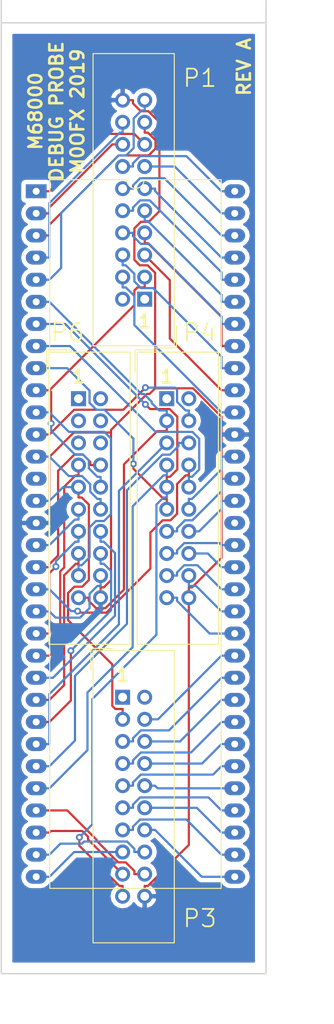
<source format=kicad_pcb>
(kicad_pcb (version 20171130) (host pcbnew 5.0.2-bee76a0~70~ubuntu18.04.1)

  (general
    (thickness 1.6)
    (drawings 12)
    (tracks 466)
    (zones 0)
    (modules 5)
    (nets 76)
  )

  (page A4)
  (layers
    (0 F.Cu signal)
    (31 B.Cu signal)
    (32 B.Adhes user)
    (33 F.Adhes user)
    (34 B.Paste user)
    (35 F.Paste user)
    (36 B.SilkS user)
    (37 F.SilkS user)
    (38 B.Mask user)
    (39 F.Mask user)
    (40 Dwgs.User user)
    (41 Cmts.User user)
    (42 Eco1.User user)
    (43 Eco2.User user)
    (44 Edge.Cuts user)
    (45 Margin user)
    (46 B.CrtYd user)
    (47 F.CrtYd user)
    (48 B.Fab user)
    (49 F.Fab user)
  )

  (setup
    (last_trace_width 0.25)
    (trace_clearance 0.2)
    (zone_clearance 0.508)
    (zone_45_only no)
    (trace_min 0.2)
    (segment_width 0.2)
    (edge_width 0.15)
    (via_size 0.8)
    (via_drill 0.4)
    (via_min_size 0.4)
    (via_min_drill 0.3)
    (uvia_size 0.3)
    (uvia_drill 0.1)
    (uvias_allowed no)
    (uvia_min_size 0.2)
    (uvia_min_drill 0.1)
    (pcb_text_width 0.3)
    (pcb_text_size 1.5 1.5)
    (mod_edge_width 0.15)
    (mod_text_size 1 1)
    (mod_text_width 0.15)
    (pad_size 1.524 1.524)
    (pad_drill 0.762)
    (pad_to_mask_clearance 0.051)
    (solder_mask_min_width 0.25)
    (aux_axis_origin 62.23 167.64)
    (grid_origin 62.23 167.64)
    (visible_elements FFFFFF7F)
    (pcbplotparams
      (layerselection 0x010f0_ffffffff)
      (usegerberextensions true)
      (usegerberattributes false)
      (usegerberadvancedattributes false)
      (creategerberjobfile false)
      (excludeedgelayer true)
      (linewidth 0.100000)
      (plotframeref false)
      (viasonmask false)
      (mode 1)
      (useauxorigin false)
      (hpglpennumber 1)
      (hpglpenspeed 20)
      (hpglpendiameter 15.000000)
      (psnegative false)
      (psa4output false)
      (plotreference true)
      (plotvalue true)
      (plotinvisibletext false)
      (padsonsilk false)
      (subtractmaskfromsilk true)
      (outputformat 1)
      (mirror false)
      (drillshape 0)
      (scaleselection 1)
      (outputdirectory "gerber/"))
  )

  (net 0 "")
  (net 1 GND)
  (net 2 /D0)
  (net 3 /D1)
  (net 4 /D2)
  (net 5 /D3)
  (net 6 /D4)
  (net 7 /D5)
  (net 8 /D6)
  (net 9 /D7)
  (net 10 /D8)
  (net 11 /D9)
  (net 12 /D10)
  (net 13 /D11)
  (net 14 /D12)
  (net 15 /D13)
  (net 16 /D14)
  (net 17 /D15)
  (net 18 /DTACK)
  (net 19 "Net-(P1-Pad2)")
  (net 20 "Net-(P1-Pad1)")
  (net 21 "Net-(P3-Pad1)")
  (net 22 "Net-(P3-Pad2)")
  (net 23 /CLK)
  (net 24 /A15)
  (net 25 /A14)
  (net 26 /A13)
  (net 27 /A12)
  (net 28 /A11)
  (net 29 /A10)
  (net 30 /A9)
  (net 31 /A8)
  (net 32 /A7)
  (net 33 /A6)
  (net 34 /A5)
  (net 35 /A4)
  (net 36 /A3)
  (net 37 /A2)
  (net 38 /A1)
  (net 39 /UDS)
  (net 40 "Net-(P4-Pad1)")
  (net 41 "Net-(P4-Pad2)")
  (net 42 /AS)
  (net 43 /BGACK)
  (net 44 /FC2)
  (net 45 /FC1)
  (net 46 /FC0)
  (net 47 /VMA)
  (net 48 /LDS)
  (net 49 /RW)
  (net 50 /A23)
  (net 51 /A22)
  (net 52 /A21)
  (net 53 /A20)
  (net 54 /A19)
  (net 55 /A18)
  (net 56 /A17)
  (net 57 /A16)
  (net 58 /ECLK)
  (net 59 /BG)
  (net 60 /IPL0)
  (net 61 /IPL1)
  (net 62 /IPL2)
  (net 63 /VPA)
  (net 64 /BR)
  (net 65 /HALT)
  (net 66 /RST)
  (net 67 /BERR)
  (net 68 "Net-(P6-Pad6)")
  (net 69 "Net-(P6-Pad5)")
  (net 70 "Net-(P6-Pad4)")
  (net 71 "Net-(P6-Pad3)")
  (net 72 "Net-(P6-Pad2)")
  (net 73 "Net-(P6-Pad1)")
  (net 74 "Net-(U1-Pad14)")
  (net 75 "Net-(U1-Pad49)")

  (net_class Default "This is the default net class."
    (clearance 0.2)
    (trace_width 0.25)
    (via_dia 0.8)
    (via_drill 0.4)
    (uvia_dia 0.3)
    (uvia_drill 0.1)
    (add_net /A1)
    (add_net /A10)
    (add_net /A11)
    (add_net /A12)
    (add_net /A13)
    (add_net /A14)
    (add_net /A15)
    (add_net /A16)
    (add_net /A17)
    (add_net /A18)
    (add_net /A19)
    (add_net /A2)
    (add_net /A20)
    (add_net /A21)
    (add_net /A22)
    (add_net /A23)
    (add_net /A3)
    (add_net /A4)
    (add_net /A5)
    (add_net /A6)
    (add_net /A7)
    (add_net /A8)
    (add_net /A9)
    (add_net /AS)
    (add_net /BERR)
    (add_net /BG)
    (add_net /BGACK)
    (add_net /BR)
    (add_net /CLK)
    (add_net /D0)
    (add_net /D1)
    (add_net /D10)
    (add_net /D11)
    (add_net /D12)
    (add_net /D13)
    (add_net /D14)
    (add_net /D15)
    (add_net /D2)
    (add_net /D3)
    (add_net /D4)
    (add_net /D5)
    (add_net /D6)
    (add_net /D7)
    (add_net /D8)
    (add_net /D9)
    (add_net /DTACK)
    (add_net /ECLK)
    (add_net /FC0)
    (add_net /FC1)
    (add_net /FC2)
    (add_net /HALT)
    (add_net /IPL0)
    (add_net /IPL1)
    (add_net /IPL2)
    (add_net /LDS)
    (add_net /RST)
    (add_net /RW)
    (add_net /UDS)
    (add_net /VMA)
    (add_net /VPA)
    (add_net GND)
    (add_net "Net-(P1-Pad1)")
    (add_net "Net-(P1-Pad2)")
    (add_net "Net-(P3-Pad1)")
    (add_net "Net-(P3-Pad2)")
    (add_net "Net-(P4-Pad1)")
    (add_net "Net-(P4-Pad2)")
    (add_net "Net-(P6-Pad1)")
    (add_net "Net-(P6-Pad2)")
    (add_net "Net-(P6-Pad3)")
    (add_net "Net-(P6-Pad4)")
    (add_net "Net-(P6-Pad5)")
    (add_net "Net-(P6-Pad6)")
    (add_net "Net-(U1-Pad14)")
    (add_net "Net-(U1-Pad49)")
  )

  (net_class Power ""
    (clearance 0.2)
    (trace_width 0.5)
    (via_dia 0.8)
    (via_drill 0.4)
    (uvia_dia 0.3)
    (uvia_drill 0.1)
  )

  (module Connector_IDC:IDC-Header_2x10_P2.54mm_Vertical (layer F.Cu) (tedit 5CA350DB) (tstamp 5C8A7101)
    (at 81.28 101.6)
    (descr "Through hole straight IDC box header, 2x10, 2.54mm pitch, double rows")
    (tags "Through hole IDC box header THT 2x10 2.54mm double row")
    (path /5C8A552A)
    (fp_text reference P4 (at 3.81 -7.62) (layer F.SilkS)
      (effects (font (size 2 2) (thickness 0.2)))
    )
    (fp_text value Conn_02x10_Odd_Even (at 1.27 29.464) (layer F.Fab) hide
      (effects (font (size 1 1) (thickness 0.15)))
    )
    (fp_text user %R (at 1.27 11.43) (layer F.Fab)
      (effects (font (size 1 1) (thickness 0.15)))
    )
    (fp_line (start 5.695 -5.1) (end 5.695 27.96) (layer F.Fab) (width 0.1))
    (fp_line (start 5.145 -4.56) (end 5.145 27.4) (layer F.Fab) (width 0.1))
    (fp_line (start -3.155 -5.1) (end -3.155 27.96) (layer F.Fab) (width 0.1))
    (fp_line (start -2.605 -4.56) (end -2.605 9.18) (layer F.Fab) (width 0.1))
    (fp_line (start -2.605 13.68) (end -2.605 27.4) (layer F.Fab) (width 0.1))
    (fp_line (start -2.605 9.18) (end -3.155 9.18) (layer F.Fab) (width 0.1))
    (fp_line (start -2.605 13.68) (end -3.155 13.68) (layer F.Fab) (width 0.1))
    (fp_line (start 5.695 -5.1) (end -3.155 -5.1) (layer F.Fab) (width 0.1))
    (fp_line (start 5.145 -4.56) (end -2.605 -4.56) (layer F.Fab) (width 0.1))
    (fp_line (start 5.695 27.96) (end -3.155 27.96) (layer F.Fab) (width 0.1))
    (fp_line (start 5.145 27.4) (end -2.605 27.4) (layer F.Fab) (width 0.1))
    (fp_line (start 5.695 -5.1) (end 5.145 -4.56) (layer F.Fab) (width 0.1))
    (fp_line (start 5.695 27.96) (end 5.145 27.4) (layer F.Fab) (width 0.1))
    (fp_line (start -3.155 -5.1) (end -2.605 -4.56) (layer F.Fab) (width 0.1))
    (fp_line (start -3.155 27.96) (end -2.605 27.4) (layer F.Fab) (width 0.1))
    (fp_line (start 5.95 -5.35) (end 5.95 28.21) (layer F.CrtYd) (width 0.05))
    (fp_line (start 5.95 28.21) (end -3.41 28.21) (layer F.CrtYd) (width 0.05))
    (fp_line (start -3.41 28.21) (end -3.41 -5.35) (layer F.CrtYd) (width 0.05))
    (fp_line (start -3.41 -5.35) (end 5.95 -5.35) (layer F.CrtYd) (width 0.05))
    (fp_line (start 5.945 -5.35) (end 5.945 28.21) (layer F.SilkS) (width 0.12))
    (fp_line (start 5.945 28.21) (end -3.405 28.21) (layer F.SilkS) (width 0.12))
    (fp_line (start -3.405 28.21) (end -3.405 -5.35) (layer F.SilkS) (width 0.12))
    (fp_line (start -3.405 -5.35) (end 5.945 -5.35) (layer F.SilkS) (width 0.12))
    (fp_line (start -3.655 -5.6) (end -3.655 -3.06) (layer F.SilkS) (width 0.12))
    (fp_line (start -3.655 -5.6) (end -1.115 -5.6) (layer F.SilkS) (width 0.12))
    (pad 1 thru_hole rect (at 0 0) (size 1.7272 1.7272) (drill 1.016) (layers *.Cu *.Mask)
      (net 40 "Net-(P4-Pad1)"))
    (pad 2 thru_hole oval (at 2.54 0) (size 1.7272 1.7272) (drill 1.016) (layers *.Cu *.Mask)
      (net 41 "Net-(P4-Pad2)"))
    (pad 3 thru_hole oval (at 0 2.54) (size 1.7272 1.7272) (drill 1.016) (layers *.Cu *.Mask)
      (net 42 /AS))
    (pad 4 thru_hole oval (at 2.54 2.54) (size 1.7272 1.7272) (drill 1.016) (layers *.Cu *.Mask)
      (net 43 /BGACK))
    (pad 5 thru_hole oval (at 0 5.08) (size 1.7272 1.7272) (drill 1.016) (layers *.Cu *.Mask)
      (net 44 /FC2))
    (pad 6 thru_hole oval (at 2.54 5.08) (size 1.7272 1.7272) (drill 1.016) (layers *.Cu *.Mask)
      (net 45 /FC1))
    (pad 7 thru_hole oval (at 0 7.62) (size 1.7272 1.7272) (drill 1.016) (layers *.Cu *.Mask)
      (net 46 /FC0))
    (pad 8 thru_hole oval (at 2.54 7.62) (size 1.7272 1.7272) (drill 1.016) (layers *.Cu *.Mask)
      (net 47 /VMA))
    (pad 9 thru_hole oval (at 0 10.16) (size 1.7272 1.7272) (drill 1.016) (layers *.Cu *.Mask)
      (net 39 /UDS))
    (pad 10 thru_hole oval (at 2.54 10.16) (size 1.7272 1.7272) (drill 1.016) (layers *.Cu *.Mask)
      (net 48 /LDS))
    (pad 11 thru_hole oval (at 0 12.7) (size 1.7272 1.7272) (drill 1.016) (layers *.Cu *.Mask)
      (net 49 /RW))
    (pad 12 thru_hole oval (at 2.54 12.7) (size 1.7272 1.7272) (drill 1.016) (layers *.Cu *.Mask)
      (net 50 /A23))
    (pad 13 thru_hole oval (at 0 15.24) (size 1.7272 1.7272) (drill 1.016) (layers *.Cu *.Mask)
      (net 51 /A22))
    (pad 14 thru_hole oval (at 2.54 15.24) (size 1.7272 1.7272) (drill 1.016) (layers *.Cu *.Mask)
      (net 52 /A21))
    (pad 15 thru_hole oval (at 0 17.78) (size 1.7272 1.7272) (drill 1.016) (layers *.Cu *.Mask)
      (net 53 /A20))
    (pad 16 thru_hole oval (at 2.54 17.78) (size 1.7272 1.7272) (drill 1.016) (layers *.Cu *.Mask)
      (net 54 /A19))
    (pad 17 thru_hole oval (at 0 20.32) (size 1.7272 1.7272) (drill 1.016) (layers *.Cu *.Mask)
      (net 55 /A18))
    (pad 18 thru_hole oval (at 2.54 20.32) (size 1.7272 1.7272) (drill 1.016) (layers *.Cu *.Mask)
      (net 56 /A17))
    (pad 19 thru_hole oval (at 0 22.86) (size 1.7272 1.7272) (drill 1.016) (layers *.Cu *.Mask)
      (net 57 /A16))
    (pad 20 thru_hole oval (at 2.54 22.86) (size 1.7272 1.7272) (drill 1.016) (layers *.Cu *.Mask)
      (net 1 GND))
    (model ${KISYS3DMOD}/Connector_IDC.3dshapes/IDC-Header_2x10_P2.54mm_Vertical.wrl
      (at (xyz 0 0 0))
      (scale (xyz 1 1 1))
      (rotate (xyz 0 0 0))
    )
  )

  (module Connector_IDC:IDC-Header_2x10_P2.54mm_Vertical (layer F.Cu) (tedit 5CA350CE) (tstamp 5C8A70CF)
    (at 76.2 135.89)
    (descr "Through hole straight IDC box header, 2x10, 2.54mm pitch, double rows")
    (tags "Through hole IDC box header THT 2x10 2.54mm double row")
    (path /5C8A5497)
    (fp_text reference P3 (at 8.89 25.4) (layer F.SilkS)
      (effects (font (size 2 2) (thickness 0.2)))
    )
    (fp_text value Conn_02x10_Odd_Even (at 1.27 29.464) (layer F.Fab) hide
      (effects (font (size 1 1) (thickness 0.15)))
    )
    (fp_text user %R (at 1.27 11.43) (layer F.Fab)
      (effects (font (size 1 1) (thickness 0.15)))
    )
    (fp_line (start 5.695 -5.1) (end 5.695 27.96) (layer F.Fab) (width 0.1))
    (fp_line (start 5.145 -4.56) (end 5.145 27.4) (layer F.Fab) (width 0.1))
    (fp_line (start -3.155 -5.1) (end -3.155 27.96) (layer F.Fab) (width 0.1))
    (fp_line (start -2.605 -4.56) (end -2.605 9.18) (layer F.Fab) (width 0.1))
    (fp_line (start -2.605 13.68) (end -2.605 27.4) (layer F.Fab) (width 0.1))
    (fp_line (start -2.605 9.18) (end -3.155 9.18) (layer F.Fab) (width 0.1))
    (fp_line (start -2.605 13.68) (end -3.155 13.68) (layer F.Fab) (width 0.1))
    (fp_line (start 5.695 -5.1) (end -3.155 -5.1) (layer F.Fab) (width 0.1))
    (fp_line (start 5.145 -4.56) (end -2.605 -4.56) (layer F.Fab) (width 0.1))
    (fp_line (start 5.695 27.96) (end -3.155 27.96) (layer F.Fab) (width 0.1))
    (fp_line (start 5.145 27.4) (end -2.605 27.4) (layer F.Fab) (width 0.1))
    (fp_line (start 5.695 -5.1) (end 5.145 -4.56) (layer F.Fab) (width 0.1))
    (fp_line (start 5.695 27.96) (end 5.145 27.4) (layer F.Fab) (width 0.1))
    (fp_line (start -3.155 -5.1) (end -2.605 -4.56) (layer F.Fab) (width 0.1))
    (fp_line (start -3.155 27.96) (end -2.605 27.4) (layer F.Fab) (width 0.1))
    (fp_line (start 5.95 -5.35) (end 5.95 28.21) (layer F.CrtYd) (width 0.05))
    (fp_line (start 5.95 28.21) (end -3.41 28.21) (layer F.CrtYd) (width 0.05))
    (fp_line (start -3.41 28.21) (end -3.41 -5.35) (layer F.CrtYd) (width 0.05))
    (fp_line (start -3.41 -5.35) (end 5.95 -5.35) (layer F.CrtYd) (width 0.05))
    (fp_line (start 5.945 -5.35) (end 5.945 28.21) (layer F.SilkS) (width 0.12))
    (fp_line (start 5.945 28.21) (end -3.405 28.21) (layer F.SilkS) (width 0.12))
    (fp_line (start -3.405 28.21) (end -3.405 -5.35) (layer F.SilkS) (width 0.12))
    (fp_line (start -3.405 -5.35) (end 5.945 -5.35) (layer F.SilkS) (width 0.12))
    (fp_line (start -3.655 -5.6) (end -3.655 -3.06) (layer F.SilkS) (width 0.12))
    (fp_line (start -3.655 -5.6) (end -1.115 -5.6) (layer F.SilkS) (width 0.12))
    (pad 1 thru_hole rect (at 0 0) (size 1.7272 1.7272) (drill 1.016) (layers *.Cu *.Mask)
      (net 21 "Net-(P3-Pad1)"))
    (pad 2 thru_hole oval (at 2.54 0) (size 1.7272 1.7272) (drill 1.016) (layers *.Cu *.Mask)
      (net 22 "Net-(P3-Pad2)"))
    (pad 3 thru_hole oval (at 0 2.54) (size 1.7272 1.7272) (drill 1.016) (layers *.Cu *.Mask)
      (net 23 /CLK))
    (pad 4 thru_hole oval (at 2.54 2.54) (size 1.7272 1.7272) (drill 1.016) (layers *.Cu *.Mask)
      (net 24 /A15))
    (pad 5 thru_hole oval (at 0 5.08) (size 1.7272 1.7272) (drill 1.016) (layers *.Cu *.Mask)
      (net 25 /A14))
    (pad 6 thru_hole oval (at 2.54 5.08) (size 1.7272 1.7272) (drill 1.016) (layers *.Cu *.Mask)
      (net 26 /A13))
    (pad 7 thru_hole oval (at 0 7.62) (size 1.7272 1.7272) (drill 1.016) (layers *.Cu *.Mask)
      (net 27 /A12))
    (pad 8 thru_hole oval (at 2.54 7.62) (size 1.7272 1.7272) (drill 1.016) (layers *.Cu *.Mask)
      (net 28 /A11))
    (pad 9 thru_hole oval (at 0 10.16) (size 1.7272 1.7272) (drill 1.016) (layers *.Cu *.Mask)
      (net 29 /A10))
    (pad 10 thru_hole oval (at 2.54 10.16) (size 1.7272 1.7272) (drill 1.016) (layers *.Cu *.Mask)
      (net 30 /A9))
    (pad 11 thru_hole oval (at 0 12.7) (size 1.7272 1.7272) (drill 1.016) (layers *.Cu *.Mask)
      (net 31 /A8))
    (pad 12 thru_hole oval (at 2.54 12.7) (size 1.7272 1.7272) (drill 1.016) (layers *.Cu *.Mask)
      (net 32 /A7))
    (pad 13 thru_hole oval (at 0 15.24) (size 1.7272 1.7272) (drill 1.016) (layers *.Cu *.Mask)
      (net 33 /A6))
    (pad 14 thru_hole oval (at 2.54 15.24) (size 1.7272 1.7272) (drill 1.016) (layers *.Cu *.Mask)
      (net 34 /A5))
    (pad 15 thru_hole oval (at 0 17.78) (size 1.7272 1.7272) (drill 1.016) (layers *.Cu *.Mask)
      (net 35 /A4))
    (pad 16 thru_hole oval (at 2.54 17.78) (size 1.7272 1.7272) (drill 1.016) (layers *.Cu *.Mask)
      (net 36 /A3))
    (pad 17 thru_hole oval (at 0 20.32) (size 1.7272 1.7272) (drill 1.016) (layers *.Cu *.Mask)
      (net 37 /A2))
    (pad 18 thru_hole oval (at 2.54 20.32) (size 1.7272 1.7272) (drill 1.016) (layers *.Cu *.Mask)
      (net 38 /A1))
    (pad 19 thru_hole oval (at 0 22.86) (size 1.7272 1.7272) (drill 1.016) (layers *.Cu *.Mask)
      (net 39 /UDS))
    (pad 20 thru_hole oval (at 2.54 22.86) (size 1.7272 1.7272) (drill 1.016) (layers *.Cu *.Mask)
      (net 1 GND))
    (model ${KISYS3DMOD}/Connector_IDC.3dshapes/IDC-Header_2x10_P2.54mm_Vertical.wrl
      (at (xyz 0 0 0))
      (scale (xyz 1 1 1))
      (rotate (xyz 0 0 0))
    )
  )

  (module Connector_IDC:IDC-Header_2x10_P2.54mm_Vertical (layer F.Cu) (tedit 5CA350A9) (tstamp 5C8A709D)
    (at 78.74 90.17 180)
    (descr "Through hole straight IDC box header, 2x10, 2.54mm pitch, double rows")
    (tags "Through hole IDC box header THT 2x10 2.54mm double row")
    (path /5C8A54E5)
    (fp_text reference P1 (at -6.35 25.4 180) (layer F.SilkS)
      (effects (font (size 2 2) (thickness 0.2)))
    )
    (fp_text value Conn_02x10_Odd_Even (at 1.27 29.464 180) (layer F.Fab) hide
      (effects (font (size 1 1) (thickness 0.15)))
    )
    (fp_line (start -3.655 -5.6) (end -1.115 -5.6) (layer F.SilkS) (width 0.12))
    (fp_line (start -3.655 -5.6) (end -3.655 -3.06) (layer F.SilkS) (width 0.12))
    (fp_line (start -3.405 -5.35) (end 5.945 -5.35) (layer F.SilkS) (width 0.12))
    (fp_line (start -3.405 28.21) (end -3.405 -5.35) (layer F.SilkS) (width 0.12))
    (fp_line (start 5.945 28.21) (end -3.405 28.21) (layer F.SilkS) (width 0.12))
    (fp_line (start 5.945 -5.35) (end 5.945 28.21) (layer F.SilkS) (width 0.12))
    (fp_line (start -3.41 -5.35) (end 5.95 -5.35) (layer F.CrtYd) (width 0.05))
    (fp_line (start -3.41 28.21) (end -3.41 -5.35) (layer F.CrtYd) (width 0.05))
    (fp_line (start 5.95 28.21) (end -3.41 28.21) (layer F.CrtYd) (width 0.05))
    (fp_line (start 5.95 -5.35) (end 5.95 28.21) (layer F.CrtYd) (width 0.05))
    (fp_line (start -3.155 27.96) (end -2.605 27.4) (layer F.Fab) (width 0.1))
    (fp_line (start -3.155 -5.1) (end -2.605 -4.56) (layer F.Fab) (width 0.1))
    (fp_line (start 5.695 27.96) (end 5.145 27.4) (layer F.Fab) (width 0.1))
    (fp_line (start 5.695 -5.1) (end 5.145 -4.56) (layer F.Fab) (width 0.1))
    (fp_line (start 5.145 27.4) (end -2.605 27.4) (layer F.Fab) (width 0.1))
    (fp_line (start 5.695 27.96) (end -3.155 27.96) (layer F.Fab) (width 0.1))
    (fp_line (start 5.145 -4.56) (end -2.605 -4.56) (layer F.Fab) (width 0.1))
    (fp_line (start 5.695 -5.1) (end -3.155 -5.1) (layer F.Fab) (width 0.1))
    (fp_line (start -2.605 13.68) (end -3.155 13.68) (layer F.Fab) (width 0.1))
    (fp_line (start -2.605 9.18) (end -3.155 9.18) (layer F.Fab) (width 0.1))
    (fp_line (start -2.605 13.68) (end -2.605 27.4) (layer F.Fab) (width 0.1))
    (fp_line (start -2.605 -4.56) (end -2.605 9.18) (layer F.Fab) (width 0.1))
    (fp_line (start -3.155 -5.1) (end -3.155 27.96) (layer F.Fab) (width 0.1))
    (fp_line (start 5.145 -4.56) (end 5.145 27.4) (layer F.Fab) (width 0.1))
    (fp_line (start 5.695 -5.1) (end 5.695 27.96) (layer F.Fab) (width 0.1))
    (fp_text user %R (at -8.89 15.24 180) (layer F.Fab) hide
      (effects (font (size 1 1) (thickness 0.15)))
    )
    (pad 20 thru_hole oval (at 2.54 22.86 180) (size 1.7272 1.7272) (drill 1.016) (layers *.Cu *.Mask)
      (net 1 GND))
    (pad 19 thru_hole oval (at 0 22.86 180) (size 1.7272 1.7272) (drill 1.016) (layers *.Cu *.Mask)
      (net 2 /D0))
    (pad 18 thru_hole oval (at 2.54 20.32 180) (size 1.7272 1.7272) (drill 1.016) (layers *.Cu *.Mask)
      (net 3 /D1))
    (pad 17 thru_hole oval (at 0 20.32 180) (size 1.7272 1.7272) (drill 1.016) (layers *.Cu *.Mask)
      (net 4 /D2))
    (pad 16 thru_hole oval (at 2.54 17.78 180) (size 1.7272 1.7272) (drill 1.016) (layers *.Cu *.Mask)
      (net 5 /D3))
    (pad 15 thru_hole oval (at 0 17.78 180) (size 1.7272 1.7272) (drill 1.016) (layers *.Cu *.Mask)
      (net 6 /D4))
    (pad 14 thru_hole oval (at 2.54 15.24 180) (size 1.7272 1.7272) (drill 1.016) (layers *.Cu *.Mask)
      (net 7 /D5))
    (pad 13 thru_hole oval (at 0 15.24 180) (size 1.7272 1.7272) (drill 1.016) (layers *.Cu *.Mask)
      (net 8 /D6))
    (pad 12 thru_hole oval (at 2.54 12.7 180) (size 1.7272 1.7272) (drill 1.016) (layers *.Cu *.Mask)
      (net 9 /D7))
    (pad 11 thru_hole oval (at 0 12.7 180) (size 1.7272 1.7272) (drill 1.016) (layers *.Cu *.Mask)
      (net 10 /D8))
    (pad 10 thru_hole oval (at 2.54 10.16 180) (size 1.7272 1.7272) (drill 1.016) (layers *.Cu *.Mask)
      (net 11 /D9))
    (pad 9 thru_hole oval (at 0 10.16 180) (size 1.7272 1.7272) (drill 1.016) (layers *.Cu *.Mask)
      (net 12 /D10))
    (pad 8 thru_hole oval (at 2.54 7.62 180) (size 1.7272 1.7272) (drill 1.016) (layers *.Cu *.Mask)
      (net 13 /D11))
    (pad 7 thru_hole oval (at 0 7.62 180) (size 1.7272 1.7272) (drill 1.016) (layers *.Cu *.Mask)
      (net 14 /D12))
    (pad 6 thru_hole oval (at 2.54 5.08 180) (size 1.7272 1.7272) (drill 1.016) (layers *.Cu *.Mask)
      (net 15 /D13))
    (pad 5 thru_hole oval (at 0 5.08 180) (size 1.7272 1.7272) (drill 1.016) (layers *.Cu *.Mask)
      (net 16 /D14))
    (pad 4 thru_hole oval (at 2.54 2.54 180) (size 1.7272 1.7272) (drill 1.016) (layers *.Cu *.Mask)
      (net 17 /D15))
    (pad 3 thru_hole oval (at 0 2.54 180) (size 1.7272 1.7272) (drill 1.016) (layers *.Cu *.Mask)
      (net 18 /DTACK))
    (pad 2 thru_hole oval (at 2.54 0 180) (size 1.7272 1.7272) (drill 1.016) (layers *.Cu *.Mask)
      (net 19 "Net-(P1-Pad2)"))
    (pad 1 thru_hole rect (at 0 0 180) (size 1.7272 1.7272) (drill 1.016) (layers *.Cu *.Mask)
      (net 20 "Net-(P1-Pad1)"))
    (model ${KISYS3DMOD}/Connector_IDC.3dshapes/IDC-Header_2x10_P2.54mm_Vertical.wrl
      (at (xyz 0 0 0))
      (scale (xyz 1 1 1))
      (rotate (xyz 0 0 0))
    )
  )

  (module Connector_IDC:IDC-Header_2x10_P2.54mm_Vertical (layer F.Cu) (tedit 5CA350DD) (tstamp 5C8A7133)
    (at 71.12 101.6)
    (descr "Through hole straight IDC box header, 2x10, 2.54mm pitch, double rows")
    (tags "Through hole IDC box header THT 2x10 2.54mm double row")
    (path /5C8A5568)
    (fp_text reference P6 (at -1.27 -7.62) (layer F.SilkS)
      (effects (font (size 2 2) (thickness 0.2)))
    )
    (fp_text value Conn_02x10_Odd_Even (at 1.27 29.464) (layer F.Fab) hide
      (effects (font (size 1 1) (thickness 0.15)))
    )
    (fp_line (start -3.655 -5.6) (end -1.115 -5.6) (layer F.SilkS) (width 0.12))
    (fp_line (start -3.655 -5.6) (end -3.655 -3.06) (layer F.SilkS) (width 0.12))
    (fp_line (start -3.405 -5.35) (end 5.945 -5.35) (layer F.SilkS) (width 0.12))
    (fp_line (start -3.405 28.21) (end -3.405 -5.35) (layer F.SilkS) (width 0.12))
    (fp_line (start 5.945 28.21) (end -3.405 28.21) (layer F.SilkS) (width 0.12))
    (fp_line (start 5.945 -5.35) (end 5.945 28.21) (layer F.SilkS) (width 0.12))
    (fp_line (start -3.41 -5.35) (end 5.95 -5.35) (layer F.CrtYd) (width 0.05))
    (fp_line (start -3.41 28.21) (end -3.41 -5.35) (layer F.CrtYd) (width 0.05))
    (fp_line (start 5.95 28.21) (end -3.41 28.21) (layer F.CrtYd) (width 0.05))
    (fp_line (start 5.95 -5.35) (end 5.95 28.21) (layer F.CrtYd) (width 0.05))
    (fp_line (start -3.155 27.96) (end -2.605 27.4) (layer F.Fab) (width 0.1))
    (fp_line (start -3.155 -5.1) (end -2.605 -4.56) (layer F.Fab) (width 0.1))
    (fp_line (start 5.695 27.96) (end 5.145 27.4) (layer F.Fab) (width 0.1))
    (fp_line (start 5.695 -5.1) (end 5.145 -4.56) (layer F.Fab) (width 0.1))
    (fp_line (start 5.145 27.4) (end -2.605 27.4) (layer F.Fab) (width 0.1))
    (fp_line (start 5.695 27.96) (end -3.155 27.96) (layer F.Fab) (width 0.1))
    (fp_line (start 5.145 -4.56) (end -2.605 -4.56) (layer F.Fab) (width 0.1))
    (fp_line (start 5.695 -5.1) (end -3.155 -5.1) (layer F.Fab) (width 0.1))
    (fp_line (start -2.605 13.68) (end -3.155 13.68) (layer F.Fab) (width 0.1))
    (fp_line (start -2.605 9.18) (end -3.155 9.18) (layer F.Fab) (width 0.1))
    (fp_line (start -2.605 13.68) (end -2.605 27.4) (layer F.Fab) (width 0.1))
    (fp_line (start -2.605 -4.56) (end -2.605 9.18) (layer F.Fab) (width 0.1))
    (fp_line (start -3.155 -5.1) (end -3.155 27.96) (layer F.Fab) (width 0.1))
    (fp_line (start 5.145 -4.56) (end 5.145 27.4) (layer F.Fab) (width 0.1))
    (fp_line (start 5.695 -5.1) (end 5.695 27.96) (layer F.Fab) (width 0.1))
    (fp_text user %R (at 1.27 11.43) (layer F.Fab)
      (effects (font (size 1 1) (thickness 0.15)))
    )
    (pad 20 thru_hole oval (at 2.54 22.86) (size 1.7272 1.7272) (drill 1.016) (layers *.Cu *.Mask)
      (net 1 GND))
    (pad 19 thru_hole oval (at 0 22.86) (size 1.7272 1.7272) (drill 1.016) (layers *.Cu *.Mask)
      (net 42 /AS))
    (pad 18 thru_hole oval (at 2.54 20.32) (size 1.7272 1.7272) (drill 1.016) (layers *.Cu *.Mask)
      (net 58 /ECLK))
    (pad 17 thru_hole oval (at 0 20.32) (size 1.7272 1.7272) (drill 1.016) (layers *.Cu *.Mask)
      (net 59 /BG))
    (pad 16 thru_hole oval (at 2.54 17.78) (size 1.7272 1.7272) (drill 1.016) (layers *.Cu *.Mask)
      (net 60 /IPL0))
    (pad 15 thru_hole oval (at 0 17.78) (size 1.7272 1.7272) (drill 1.016) (layers *.Cu *.Mask)
      (net 61 /IPL1))
    (pad 14 thru_hole oval (at 2.54 15.24) (size 1.7272 1.7272) (drill 1.016) (layers *.Cu *.Mask)
      (net 62 /IPL2))
    (pad 13 thru_hole oval (at 0 15.24) (size 1.7272 1.7272) (drill 1.016) (layers *.Cu *.Mask)
      (net 63 /VPA))
    (pad 12 thru_hole oval (at 2.54 12.7) (size 1.7272 1.7272) (drill 1.016) (layers *.Cu *.Mask)
      (net 64 /BR))
    (pad 11 thru_hole oval (at 0 12.7) (size 1.7272 1.7272) (drill 1.016) (layers *.Cu *.Mask)
      (net 65 /HALT))
    (pad 10 thru_hole oval (at 2.54 10.16) (size 1.7272 1.7272) (drill 1.016) (layers *.Cu *.Mask)
      (net 18 /DTACK))
    (pad 9 thru_hole oval (at 0 10.16) (size 1.7272 1.7272) (drill 1.016) (layers *.Cu *.Mask)
      (net 23 /CLK))
    (pad 8 thru_hole oval (at 2.54 7.62) (size 1.7272 1.7272) (drill 1.016) (layers *.Cu *.Mask)
      (net 66 /RST))
    (pad 7 thru_hole oval (at 0 7.62) (size 1.7272 1.7272) (drill 1.016) (layers *.Cu *.Mask)
      (net 67 /BERR))
    (pad 6 thru_hole oval (at 2.54 5.08) (size 1.7272 1.7272) (drill 1.016) (layers *.Cu *.Mask)
      (net 68 "Net-(P6-Pad6)"))
    (pad 5 thru_hole oval (at 0 5.08) (size 1.7272 1.7272) (drill 1.016) (layers *.Cu *.Mask)
      (net 69 "Net-(P6-Pad5)"))
    (pad 4 thru_hole oval (at 2.54 2.54) (size 1.7272 1.7272) (drill 1.016) (layers *.Cu *.Mask)
      (net 70 "Net-(P6-Pad4)"))
    (pad 3 thru_hole oval (at 0 2.54) (size 1.7272 1.7272) (drill 1.016) (layers *.Cu *.Mask)
      (net 71 "Net-(P6-Pad3)"))
    (pad 2 thru_hole oval (at 2.54 0) (size 1.7272 1.7272) (drill 1.016) (layers *.Cu *.Mask)
      (net 72 "Net-(P6-Pad2)"))
    (pad 1 thru_hole rect (at 0 0) (size 1.7272 1.7272) (drill 1.016) (layers *.Cu *.Mask)
      (net 73 "Net-(P6-Pad1)"))
    (model ${KISYS3DMOD}/Connector_IDC.3dshapes/IDC-Header_2x10_P2.54mm_Vertical.wrl
      (at (xyz 0 0 0))
      (scale (xyz 1 1 1))
      (rotate (xyz 0 0 0))
    )
  )

  (module Package_DIP:DIP-64_W22.86mm_LongPads (layer F.Cu) (tedit 5CA35C81) (tstamp 5C8A7187)
    (at 66.245 77.775)
    (descr "64-lead though-hole mounted DIP package, row spacing 22.86 mm (900 mils), LongPads")
    (tags "THT DIP DIL PDIP 2.54mm 22.86mm 900mil LongPads")
    (path /5C8A43A6)
    (fp_text reference U1 (at 11.43 -2.33) (layer F.SilkS) hide
      (effects (font (size 1 1) (thickness 0.15)))
    )
    (fp_text value 68000D (at 11.43 81.07) (layer F.Fab)
      (effects (font (size 1 1) (thickness 0.15)))
    )
    (fp_arc (start 11.43 -1.33) (end 10.43 -1.33) (angle -180) (layer F.SilkS) (width 0.12))
    (fp_line (start 1.255 -1.27) (end 22.605 -1.27) (layer F.Fab) (width 0.1))
    (fp_line (start 22.605 -1.27) (end 22.605 80.01) (layer F.Fab) (width 0.1))
    (fp_line (start 22.605 80.01) (end 0.255 80.01) (layer F.Fab) (width 0.1))
    (fp_line (start 0.255 80.01) (end 0.255 -0.27) (layer F.Fab) (width 0.1))
    (fp_line (start 0.255 -0.27) (end 1.255 -1.27) (layer F.Fab) (width 0.1))
    (fp_line (start 10.43 -1.33) (end 1.56 -1.33) (layer F.SilkS) (width 0.12))
    (fp_line (start 1.56 -1.33) (end 1.56 80.07) (layer F.SilkS) (width 0.12))
    (fp_line (start 1.56 80.07) (end 21.3 80.07) (layer F.SilkS) (width 0.12))
    (fp_line (start 21.3 80.07) (end 21.3 -1.33) (layer F.SilkS) (width 0.12))
    (fp_line (start 21.3 -1.33) (end 12.43 -1.33) (layer F.SilkS) (width 0.12))
    (fp_line (start -1.45 -1.55) (end -1.45 80.3) (layer F.CrtYd) (width 0.05))
    (fp_line (start -1.45 80.3) (end 24.35 80.3) (layer F.CrtYd) (width 0.05))
    (fp_line (start 24.35 80.3) (end 24.35 -1.55) (layer F.CrtYd) (width 0.05))
    (fp_line (start 24.35 -1.55) (end -1.45 -1.55) (layer F.CrtYd) (width 0.05))
    (fp_text user %R (at 11.43 39.37) (layer F.Fab)
      (effects (font (size 1 1) (thickness 0.15)))
    )
    (pad 1 thru_hole rect (at 0 0) (size 2.4 1.6) (drill 0.8) (layers *.Cu *.Mask)
      (net 6 /D4))
    (pad 33 thru_hole oval (at 22.86 78.74) (size 2.4 1.6) (drill 0.8) (layers *.Cu *.Mask)
      (net 34 /A5))
    (pad 2 thru_hole oval (at 0 2.54) (size 2.4 1.6) (drill 0.8) (layers *.Cu *.Mask)
      (net 5 /D3))
    (pad 34 thru_hole oval (at 22.86 76.2) (size 2.4 1.6) (drill 0.8) (layers *.Cu *.Mask)
      (net 33 /A6))
    (pad 3 thru_hole oval (at 0 5.08) (size 2.4 1.6) (drill 0.8) (layers *.Cu *.Mask)
      (net 4 /D2))
    (pad 35 thru_hole oval (at 22.86 73.66) (size 2.4 1.6) (drill 0.8) (layers *.Cu *.Mask)
      (net 32 /A7))
    (pad 4 thru_hole oval (at 0 7.62) (size 2.4 1.6) (drill 0.8) (layers *.Cu *.Mask)
      (net 3 /D1))
    (pad 36 thru_hole oval (at 22.86 71.12) (size 2.4 1.6) (drill 0.8) (layers *.Cu *.Mask)
      (net 31 /A8))
    (pad 5 thru_hole oval (at 0 10.16) (size 2.4 1.6) (drill 0.8) (layers *.Cu *.Mask)
      (net 2 /D0))
    (pad 37 thru_hole oval (at 22.86 68.58) (size 2.4 1.6) (drill 0.8) (layers *.Cu *.Mask)
      (net 30 /A9))
    (pad 6 thru_hole oval (at 0 12.7) (size 2.4 1.6) (drill 0.8) (layers *.Cu *.Mask)
      (net 42 /AS))
    (pad 38 thru_hole oval (at 22.86 66.04) (size 2.4 1.6) (drill 0.8) (layers *.Cu *.Mask)
      (net 29 /A10))
    (pad 7 thru_hole oval (at 0 15.24) (size 2.4 1.6) (drill 0.8) (layers *.Cu *.Mask)
      (net 39 /UDS))
    (pad 39 thru_hole oval (at 22.86 63.5) (size 2.4 1.6) (drill 0.8) (layers *.Cu *.Mask)
      (net 28 /A11))
    (pad 8 thru_hole oval (at 0 17.78) (size 2.4 1.6) (drill 0.8) (layers *.Cu *.Mask)
      (net 48 /LDS))
    (pad 40 thru_hole oval (at 22.86 60.96) (size 2.4 1.6) (drill 0.8) (layers *.Cu *.Mask)
      (net 27 /A12))
    (pad 9 thru_hole oval (at 0 20.32) (size 2.4 1.6) (drill 0.8) (layers *.Cu *.Mask)
      (net 49 /RW))
    (pad 41 thru_hole oval (at 22.86 58.42) (size 2.4 1.6) (drill 0.8) (layers *.Cu *.Mask)
      (net 26 /A13))
    (pad 10 thru_hole oval (at 0 22.86) (size 2.4 1.6) (drill 0.8) (layers *.Cu *.Mask)
      (net 18 /DTACK))
    (pad 42 thru_hole oval (at 22.86 55.88) (size 2.4 1.6) (drill 0.8) (layers *.Cu *.Mask)
      (net 25 /A14))
    (pad 11 thru_hole oval (at 0 25.4) (size 2.4 1.6) (drill 0.8) (layers *.Cu *.Mask)
      (net 59 /BG))
    (pad 43 thru_hole oval (at 22.86 53.34) (size 2.4 1.6) (drill 0.8) (layers *.Cu *.Mask)
      (net 24 /A15))
    (pad 12 thru_hole oval (at 0 27.94) (size 2.4 1.6) (drill 0.8) (layers *.Cu *.Mask)
      (net 43 /BGACK))
    (pad 44 thru_hole oval (at 22.86 50.8) (size 2.4 1.6) (drill 0.8) (layers *.Cu *.Mask)
      (net 57 /A16))
    (pad 13 thru_hole oval (at 0 30.48) (size 2.4 1.6) (drill 0.8) (layers *.Cu *.Mask)
      (net 64 /BR))
    (pad 45 thru_hole oval (at 22.86 48.26) (size 2.4 1.6) (drill 0.8) (layers *.Cu *.Mask)
      (net 56 /A17))
    (pad 14 thru_hole oval (at 0 33.02) (size 2.4 1.6) (drill 0.8) (layers *.Cu *.Mask)
      (net 74 "Net-(U1-Pad14)"))
    (pad 46 thru_hole oval (at 22.86 45.72) (size 2.4 1.6) (drill 0.8) (layers *.Cu *.Mask)
      (net 55 /A18))
    (pad 15 thru_hole oval (at 0 35.56) (size 2.4 1.6) (drill 0.8) (layers *.Cu *.Mask)
      (net 23 /CLK))
    (pad 47 thru_hole oval (at 22.86 43.18) (size 2.4 1.6) (drill 0.8) (layers *.Cu *.Mask)
      (net 54 /A19))
    (pad 16 thru_hole oval (at 0 38.1) (size 2.4 1.6) (drill 0.8) (layers *.Cu *.Mask)
      (net 1 GND))
    (pad 48 thru_hole oval (at 22.86 40.64) (size 2.4 1.6) (drill 0.8) (layers *.Cu *.Mask)
      (net 53 /A20))
    (pad 17 thru_hole oval (at 0 40.64) (size 2.4 1.6) (drill 0.8) (layers *.Cu *.Mask)
      (net 65 /HALT))
    (pad 49 thru_hole oval (at 22.86 38.1) (size 2.4 1.6) (drill 0.8) (layers *.Cu *.Mask)
      (net 75 "Net-(U1-Pad49)"))
    (pad 18 thru_hole oval (at 0 43.18) (size 2.4 1.6) (drill 0.8) (layers *.Cu *.Mask)
      (net 66 /RST))
    (pad 50 thru_hole oval (at 22.86 35.56) (size 2.4 1.6) (drill 0.8) (layers *.Cu *.Mask)
      (net 52 /A21))
    (pad 19 thru_hole oval (at 0 45.72) (size 2.4 1.6) (drill 0.8) (layers *.Cu *.Mask)
      (net 47 /VMA))
    (pad 51 thru_hole oval (at 22.86 33.02) (size 2.4 1.6) (drill 0.8) (layers *.Cu *.Mask)
      (net 51 /A22))
    (pad 20 thru_hole oval (at 0 48.26) (size 2.4 1.6) (drill 0.8) (layers *.Cu *.Mask)
      (net 58 /ECLK))
    (pad 52 thru_hole oval (at 22.86 30.48) (size 2.4 1.6) (drill 0.8) (layers *.Cu *.Mask)
      (net 50 /A23))
    (pad 21 thru_hole oval (at 0 50.8) (size 2.4 1.6) (drill 0.8) (layers *.Cu *.Mask)
      (net 63 /VPA))
    (pad 53 thru_hole oval (at 22.86 27.94) (size 2.4 1.6) (drill 0.8) (layers *.Cu *.Mask)
      (net 1 GND))
    (pad 22 thru_hole oval (at 0 53.34) (size 2.4 1.6) (drill 0.8) (layers *.Cu *.Mask)
      (net 67 /BERR))
    (pad 54 thru_hole oval (at 22.86 25.4) (size 2.4 1.6) (drill 0.8) (layers *.Cu *.Mask)
      (net 17 /D15))
    (pad 23 thru_hole oval (at 0 55.88) (size 2.4 1.6) (drill 0.8) (layers *.Cu *.Mask)
      (net 62 /IPL2))
    (pad 55 thru_hole oval (at 22.86 22.86) (size 2.4 1.6) (drill 0.8) (layers *.Cu *.Mask)
      (net 16 /D14))
    (pad 24 thru_hole oval (at 0 58.42) (size 2.4 1.6) (drill 0.8) (layers *.Cu *.Mask)
      (net 61 /IPL1))
    (pad 56 thru_hole oval (at 22.86 20.32) (size 2.4 1.6) (drill 0.8) (layers *.Cu *.Mask)
      (net 15 /D13))
    (pad 25 thru_hole oval (at 0 60.96) (size 2.4 1.6) (drill 0.8) (layers *.Cu *.Mask)
      (net 60 /IPL0))
    (pad 57 thru_hole oval (at 22.86 17.78) (size 2.4 1.6) (drill 0.8) (layers *.Cu *.Mask)
      (net 14 /D12))
    (pad 26 thru_hole oval (at 0 63.5) (size 2.4 1.6) (drill 0.8) (layers *.Cu *.Mask)
      (net 44 /FC2))
    (pad 58 thru_hole oval (at 22.86 15.24) (size 2.4 1.6) (drill 0.8) (layers *.Cu *.Mask)
      (net 13 /D11))
    (pad 27 thru_hole oval (at 0 66.04) (size 2.4 1.6) (drill 0.8) (layers *.Cu *.Mask)
      (net 45 /FC1))
    (pad 59 thru_hole oval (at 22.86 12.7) (size 2.4 1.6) (drill 0.8) (layers *.Cu *.Mask)
      (net 12 /D10))
    (pad 28 thru_hole oval (at 0 68.58) (size 2.4 1.6) (drill 0.8) (layers *.Cu *.Mask)
      (net 46 /FC0))
    (pad 60 thru_hole oval (at 22.86 10.16) (size 2.4 1.6) (drill 0.8) (layers *.Cu *.Mask)
      (net 11 /D9))
    (pad 29 thru_hole oval (at 0 71.12) (size 2.4 1.6) (drill 0.8) (layers *.Cu *.Mask)
      (net 38 /A1))
    (pad 61 thru_hole oval (at 22.86 7.62) (size 2.4 1.6) (drill 0.8) (layers *.Cu *.Mask)
      (net 10 /D8))
    (pad 30 thru_hole oval (at 0 73.66) (size 2.4 1.6) (drill 0.8) (layers *.Cu *.Mask)
      (net 37 /A2))
    (pad 62 thru_hole oval (at 22.86 5.08) (size 2.4 1.6) (drill 0.8) (layers *.Cu *.Mask)
      (net 9 /D7))
    (pad 31 thru_hole oval (at 0 76.2) (size 2.4 1.6) (drill 0.8) (layers *.Cu *.Mask)
      (net 36 /A3))
    (pad 63 thru_hole oval (at 22.86 2.54) (size 2.4 1.6) (drill 0.8) (layers *.Cu *.Mask)
      (net 8 /D6))
    (pad 32 thru_hole oval (at 0 78.74) (size 2.4 1.6) (drill 0.8) (layers *.Cu *.Mask)
      (net 35 /A4))
    (pad 64 thru_hole oval (at 22.86 0) (size 2.4 1.6) (drill 0.8) (layers *.Cu *.Mask)
      (net 7 /D5))
    (model ${KISYS3DMOD}/Package_DIP.3dshapes/DIP-64_W22.86mm.wrl
      (at (xyz 0 0 0))
      (scale (xyz 1 1 1))
      (rotate (xyz 0 0 0))
    )
  )

  (gr_text "REV A" (at 90.17 63.5 90) (layer F.SilkS) (tstamp 5CA35CD5)
    (effects (font (size 1.5 1.5) (thickness 0.3)))
  )
  (dimension 109.22 (width 0.3) (layer Dwgs.User)
    (gr_text "109.220 mm" (at 98.62 113.03 90) (layer Dwgs.User)
      (effects (font (size 1.5 1.5) (thickness 0.3)))
    )
    (feature1 (pts (xy 92.71 58.42) (xy 97.106421 58.42)))
    (feature2 (pts (xy 92.71 167.64) (xy 97.106421 167.64)))
    (crossbar (pts (xy 96.52 167.64) (xy 96.52 58.42)))
    (arrow1a (pts (xy 96.52 58.42) (xy 97.106421 59.546504)))
    (arrow1b (pts (xy 96.52 58.42) (xy 95.933579 59.546504)))
    (arrow2a (pts (xy 96.52 167.64) (xy 97.106421 166.513496)))
    (arrow2b (pts (xy 96.52 167.64) (xy 95.933579 166.513496)))
  )
  (dimension 30.48 (width 0.3) (layer Dwgs.User)
    (gr_text "30.480 mm" (at 77.47 174.82) (layer Dwgs.User)
      (effects (font (size 1.5 1.5) (thickness 0.3)))
    )
    (feature1 (pts (xy 92.71 167.64) (xy 92.71 173.306421)))
    (feature2 (pts (xy 62.23 167.64) (xy 62.23 173.306421)))
    (crossbar (pts (xy 62.23 172.72) (xy 92.71 172.72)))
    (arrow1a (pts (xy 92.71 172.72) (xy 91.583496 173.306421)))
    (arrow1b (pts (xy 92.71 172.72) (xy 91.583496 172.133579)))
    (arrow2a (pts (xy 62.23 172.72) (xy 63.356504 173.306421)))
    (arrow2b (pts (xy 62.23 172.72) (xy 63.356504 172.133579)))
  )
  (gr_line (start 62.23 167.64) (end 62.23 55.88) (layer Edge.Cuts) (width 0.15))
  (gr_line (start 92.71 167.64) (end 62.23 167.64) (layer Edge.Cuts) (width 0.15))
  (gr_line (start 92.71 55.88) (end 92.71 167.64) (layer Edge.Cuts) (width 0.15))
  (gr_line (start 62.23 58.42) (end 92.71 58.42) (layer Edge.Cuts) (width 0.15))
  (gr_text "M68000\nDEBUG PROBE\nM0OFX 2019" (at 68.58 68.58 90) (layer F.SilkS) (tstamp 5CA35668)
    (effects (font (size 1.5 1.5) (thickness 0.3)))
  )
  (gr_text 1 (at 76.2 133.35) (layer F.SilkS)
    (effects (font (size 1.5 1.5) (thickness 0.3)))
  )
  (gr_text 1 (at 78.74 92.71) (layer F.SilkS)
    (effects (font (size 1.5 1.5) (thickness 0.3)))
  )
  (gr_text 1 (at 81.28 99.06) (layer F.SilkS)
    (effects (font (size 1.5 1.5) (thickness 0.3)))
  )
  (gr_text 1 (at 71.12 99.06) (layer F.SilkS)
    (effects (font (size 1.5 1.5) (thickness 0.3)))
  )

  (segment (start 79.9426 100.4069) (end 79.9426 87.1413) (width 0.25) (layer F.Cu) (net 1))
  (segment (start 79.9426 87.1413) (end 79.0803 86.279) (width 0.25) (layer F.Cu) (net 1))
  (segment (start 79.0803 86.279) (end 78.1744 86.279) (width 0.25) (layer F.Cu) (net 1))
  (segment (start 78.1744 86.279) (end 77.551 85.6556) (width 0.25) (layer F.Cu) (net 1))
  (segment (start 77.551 85.6556) (end 77.551 82.0357) (width 0.25) (layer F.Cu) (net 1))
  (segment (start 77.551 82.0357) (end 78.3067 81.28) (width 0.25) (layer F.Cu) (net 1))
  (segment (start 78.3067 81.28) (end 79.2192 81.28) (width 0.25) (layer F.Cu) (net 1))
  (segment (start 79.2192 81.28) (end 80.435 80.0642) (width 0.25) (layer F.Cu) (net 1))
  (segment (start 80.435 80.0642) (end 80.435 69.842) (width 0.25) (layer F.Cu) (net 1))
  (segment (start 80.435 69.842) (end 79.173 68.58) (width 0.25) (layer F.Cu) (net 1))
  (segment (start 79.173 68.58) (end 78.2894 68.58) (width 0.25) (layer F.Cu) (net 1))
  (segment (start 78.2894 68.58) (end 77.3889 67.6795) (width 0.25) (layer F.Cu) (net 1))
  (segment (start 77.3889 67.6795) (end 77.3889 67.31) (width 0.25) (layer F.Cu) (net 1))
  (segment (start 74.8637 105.4858) (end 74.8637 105.1871) (width 0.25) (layer F.Cu) (net 1))
  (segment (start 74.8637 105.1871) (end 78.9982 101.0526) (width 0.25) (layer F.Cu) (net 1))
  (segment (start 78.9982 101.0526) (end 79.2969 101.0526) (width 0.25) (layer F.Cu) (net 1))
  (segment (start 79.2969 101.0526) (end 79.9426 100.4069) (width 0.25) (layer F.Cu) (net 1))
  (segment (start 87.5797 105.715) (end 87.5797 103.6759) (width 0.25) (layer F.Cu) (net 1))
  (segment (start 87.5797 103.6759) (end 84.3107 100.4069) (width 0.25) (layer F.Cu) (net 1))
  (segment (start 84.3107 100.4069) (end 79.9426 100.4069) (width 0.25) (layer F.Cu) (net 1))
  (segment (start 74.8637 105.4858) (end 74.8637 122.4369) (width 0.25) (layer F.Cu) (net 1))
  (segment (start 74.8637 122.4369) (end 74.0295 123.2711) (width 0.25) (layer F.Cu) (net 1))
  (segment (start 74.0295 123.2711) (end 73.66 123.2711) (width 0.25) (layer F.Cu) (net 1))
  (segment (start 67.7703 115.875) (end 67.7703 108.2857) (width 0.25) (layer F.Cu) (net 1))
  (segment (start 67.7703 108.2857) (end 70.5702 105.4858) (width 0.25) (layer F.Cu) (net 1))
  (segment (start 70.5702 105.4858) (end 74.8637 105.4858) (width 0.25) (layer F.Cu) (net 1))
  (segment (start 76.2 67.31) (end 77.3889 67.31) (width 0.25) (layer F.Cu) (net 1))
  (segment (start 83.82 124.46) (end 83.82 123.2711) (width 0.25) (layer F.Cu) (net 1))
  (segment (start 89.105 105.715) (end 87.5797 105.715) (width 0.25) (layer F.Cu) (net 1))
  (segment (start 87.5797 105.715) (end 87.5797 119.8809) (width 0.25) (layer F.Cu) (net 1))
  (segment (start 87.5797 119.8809) (end 84.1895 123.2711) (width 0.25) (layer F.Cu) (net 1))
  (segment (start 84.1895 123.2711) (end 83.82 123.2711) (width 0.25) (layer F.Cu) (net 1))
  (segment (start 66.245 115.875) (end 67.7703 115.875) (width 0.25) (layer F.Cu) (net 1))
  (segment (start 73.66 124.46) (end 73.66 123.2711) (width 0.25) (layer F.Cu) (net 1))
  (segment (start 78.74 158.75) (end 78.74 157.5611) (width 0.25) (layer F.Cu) (net 1))
  (segment (start 78.74 157.5611) (end 79.1115 157.5611) (width 0.25) (layer F.Cu) (net 1))
  (segment (start 79.1115 157.5611) (end 83.82 152.8526) (width 0.25) (layer F.Cu) (net 1))
  (segment (start 83.82 152.8526) (end 83.82 124.46) (width 0.25) (layer F.Cu) (net 1))
  (segment (start 67.7703 87.935) (end 69.1212 86.5841) (width 0.25) (layer B.Cu) (net 2))
  (segment (start 66.245 87.935) (end 67.7703 87.935) (width 0.25) (layer B.Cu) (net 2))
  (segment (start 78.74 67.31) (end 78.74 68.4989) (width 0.25) (layer B.Cu) (net 2))
  (segment (start 78.3705 68.4989) (end 78.74 68.4989) (width 0.25) (layer B.Cu) (net 2))
  (segment (start 77.47 69.3994) (end 78.3705 68.4989) (width 0.25) (layer B.Cu) (net 2))
  (segment (start 77.47 72.8068) (end 77.47 69.3994) (width 0.25) (layer B.Cu) (net 2))
  (segment (start 76.6168 73.66) (end 77.47 72.8068) (width 0.25) (layer B.Cu) (net 2))
  (segment (start 75.7342 73.66) (end 76.6168 73.66) (width 0.25) (layer B.Cu) (net 2))
  (segment (start 69.1212 80.273) (end 75.7342 73.66) (width 0.25) (layer B.Cu) (net 2))
  (segment (start 69.1212 86.5841) (end 69.1212 80.273) (width 0.25) (layer B.Cu) (net 2))
  (segment (start 76.2 69.85) (end 76.2 71.0389) (width 0.25) (layer B.Cu) (net 3))
  (segment (start 66.245 85.395) (end 67.7703 85.395) (width 0.25) (layer B.Cu) (net 3))
  (segment (start 67.7703 85.395) (end 67.7703 79.1382) (width 0.25) (layer B.Cu) (net 3))
  (segment (start 67.7703 79.1382) (end 75.8696 71.0389) (width 0.25) (layer B.Cu) (net 3))
  (segment (start 75.8696 71.0389) (end 76.2 71.0389) (width 0.25) (layer B.Cu) (net 3))
  (segment (start 78.74 69.85) (end 78.74 71.0389) (width 0.25) (layer F.Cu) (net 4))
  (segment (start 66.245 82.855) (end 67.7703 82.855) (width 0.25) (layer F.Cu) (net 4))
  (segment (start 67.7703 82.855) (end 67.7703 81.6157) (width 0.25) (layer F.Cu) (net 4))
  (segment (start 67.7703 81.6157) (end 75.726 73.66) (width 0.25) (layer F.Cu) (net 4))
  (segment (start 75.726 73.66) (end 79.1907 73.66) (width 0.25) (layer F.Cu) (net 4))
  (segment (start 79.1907 73.66) (end 79.9847 72.866) (width 0.25) (layer F.Cu) (net 4))
  (segment (start 79.9847 72.866) (end 79.9847 71.9141) (width 0.25) (layer F.Cu) (net 4))
  (segment (start 79.9847 71.9141) (end 79.1095 71.0389) (width 0.25) (layer F.Cu) (net 4))
  (segment (start 79.1095 71.0389) (end 78.74 71.0389) (width 0.25) (layer F.Cu) (net 4))
  (segment (start 66.245 80.315) (end 67.7703 80.315) (width 0.25) (layer F.Cu) (net 5))
  (segment (start 76.2 72.39) (end 75.0111 72.39) (width 0.25) (layer F.Cu) (net 5))
  (segment (start 67.7703 80.315) (end 67.7703 79.6308) (width 0.25) (layer F.Cu) (net 5))
  (segment (start 67.7703 79.6308) (end 75.0111 72.39) (width 0.25) (layer F.Cu) (net 5))
  (segment (start 77.534 71.184) (end 78.74 72.39) (width 0.25) (layer F.Cu) (net 6))
  (segment (start 66.245 77.775) (end 67.7703 77.775) (width 0.25) (layer F.Cu) (net 6))
  (segment (start 74.3613 71.184) (end 77.534 71.184) (width 0.25) (layer F.Cu) (net 6))
  (segment (start 67.7703 77.775) (end 74.3613 71.184) (width 0.25) (layer F.Cu) (net 6))
  (segment (start 89.105 77.775) (end 87.5797 77.775) (width 0.25) (layer B.Cu) (net 7))
  (segment (start 76.2 74.93) (end 77.3889 74.93) (width 0.25) (layer B.Cu) (net 7))
  (segment (start 77.3889 74.93) (end 77.3889 74.5585) (width 0.25) (layer B.Cu) (net 7))
  (segment (start 77.3889 74.5585) (end 78.208 73.7394) (width 0.25) (layer B.Cu) (net 7))
  (segment (start 78.208 73.7394) (end 83.5441 73.7394) (width 0.25) (layer B.Cu) (net 7))
  (segment (start 83.5441 73.7394) (end 87.5797 77.775) (width 0.25) (layer B.Cu) (net 7))
  (segment (start 89.105 80.315) (end 87.5797 80.315) (width 0.25) (layer B.Cu) (net 8))
  (segment (start 87.5797 80.315) (end 82.1947 74.93) (width 0.25) (layer B.Cu) (net 8))
  (segment (start 82.1947 74.93) (end 78.74 74.93) (width 0.25) (layer B.Cu) (net 8))
  (segment (start 89.105 82.855) (end 87.5797 82.855) (width 0.25) (layer B.Cu) (net 9))
  (segment (start 76.2 77.47) (end 77.3889 77.47) (width 0.25) (layer B.Cu) (net 9))
  (segment (start 87.5797 82.855) (end 81.0041 76.2794) (width 0.25) (layer B.Cu) (net 9))
  (segment (start 81.0041 76.2794) (end 78.21 76.2794) (width 0.25) (layer B.Cu) (net 9))
  (segment (start 78.21 76.2794) (end 77.3889 77.1005) (width 0.25) (layer B.Cu) (net 9))
  (segment (start 77.3889 77.1005) (end 77.3889 77.47) (width 0.25) (layer B.Cu) (net 9))
  (segment (start 78.74 77.47) (end 79.9289 77.47) (width 0.25) (layer B.Cu) (net 10))
  (segment (start 89.105 85.395) (end 87.5797 85.395) (width 0.25) (layer B.Cu) (net 10))
  (segment (start 87.5797 85.395) (end 79.9289 77.7442) (width 0.25) (layer B.Cu) (net 10))
  (segment (start 79.9289 77.7442) (end 79.9289 77.47) (width 0.25) (layer B.Cu) (net 10))
  (segment (start 76.2 80.01) (end 77.3889 80.01) (width 0.25) (layer B.Cu) (net 11))
  (segment (start 89.105 87.935) (end 87.5797 87.935) (width 0.25) (layer B.Cu) (net 11))
  (segment (start 87.5797 87.935) (end 87.5797 87.077) (width 0.25) (layer B.Cu) (net 11))
  (segment (start 87.5797 87.077) (end 79.3221 78.8194) (width 0.25) (layer B.Cu) (net 11))
  (segment (start 79.3221 78.8194) (end 78.21 78.8194) (width 0.25) (layer B.Cu) (net 11))
  (segment (start 78.21 78.8194) (end 77.3889 79.6405) (width 0.25) (layer B.Cu) (net 11))
  (segment (start 77.3889 79.6405) (end 77.3889 80.01) (width 0.25) (layer B.Cu) (net 11))
  (segment (start 78.74 80.01) (end 78.74 81.1989) (width 0.25) (layer B.Cu) (net 12))
  (segment (start 89.105 90.475) (end 87.5797 90.475) (width 0.25) (layer B.Cu) (net 12))
  (segment (start 87.5797 90.475) (end 87.5797 89.6691) (width 0.25) (layer B.Cu) (net 12))
  (segment (start 87.5797 89.6691) (end 79.1095 81.1989) (width 0.25) (layer B.Cu) (net 12))
  (segment (start 79.1095 81.1989) (end 78.74 81.1989) (width 0.25) (layer B.Cu) (net 12))
  (segment (start 76.2 82.55) (end 77.3889 82.55) (width 0.25) (layer B.Cu) (net 13))
  (segment (start 89.105 93.015) (end 87.5797 93.015) (width 0.25) (layer B.Cu) (net 13))
  (segment (start 87.5797 93.015) (end 87.5797 92.157) (width 0.25) (layer B.Cu) (net 13))
  (segment (start 87.5797 92.157) (end 79.2427 83.82) (width 0.25) (layer B.Cu) (net 13))
  (segment (start 79.2427 83.82) (end 78.2894 83.82) (width 0.25) (layer B.Cu) (net 13))
  (segment (start 78.2894 83.82) (end 77.3889 82.9195) (width 0.25) (layer B.Cu) (net 13))
  (segment (start 77.3889 82.9195) (end 77.3889 82.55) (width 0.25) (layer B.Cu) (net 13))
  (segment (start 78.74 82.55) (end 78.74 83.7389) (width 0.25) (layer F.Cu) (net 14))
  (segment (start 89.105 95.555) (end 87.5797 95.555) (width 0.25) (layer F.Cu) (net 14))
  (segment (start 87.5797 95.555) (end 87.5797 92.2091) (width 0.25) (layer F.Cu) (net 14))
  (segment (start 87.5797 92.2091) (end 79.1095 83.7389) (width 0.25) (layer F.Cu) (net 14))
  (segment (start 79.1095 83.7389) (end 78.74 83.7389) (width 0.25) (layer F.Cu) (net 14))
  (segment (start 76.2 85.09) (end 76.2 86.2789) (width 0.25) (layer B.Cu) (net 15))
  (segment (start 89.105 98.095) (end 87.5797 98.095) (width 0.25) (layer B.Cu) (net 15))
  (segment (start 87.5797 98.095) (end 87.5797 96.7604) (width 0.25) (layer B.Cu) (net 15))
  (segment (start 87.5797 96.7604) (end 79.7193 88.9) (width 0.25) (layer B.Cu) (net 15))
  (segment (start 79.7193 88.9) (end 78.3217 88.9) (width 0.25) (layer B.Cu) (net 15))
  (segment (start 78.3217 88.9) (end 77.551 88.1293) (width 0.25) (layer B.Cu) (net 15))
  (segment (start 77.551 88.1293) (end 77.551 87.2604) (width 0.25) (layer B.Cu) (net 15))
  (segment (start 77.551 87.2604) (end 76.5695 86.2789) (width 0.25) (layer B.Cu) (net 15))
  (segment (start 76.5695 86.2789) (end 76.2 86.2789) (width 0.25) (layer B.Cu) (net 15))
  (segment (start 78.74 85.09) (end 81.6282 87.9782) (width 0.25) (layer F.Cu) (net 16))
  (segment (start 81.6282 87.9782) (end 81.6282 94.6835) (width 0.25) (layer F.Cu) (net 16))
  (segment (start 81.6282 94.6835) (end 87.5797 100.635) (width 0.25) (layer F.Cu) (net 16))
  (segment (start 89.105 100.635) (end 87.5797 100.635) (width 0.25) (layer F.Cu) (net 16))
  (segment (start 76.2 87.63) (end 76.2 88.8189) (width 0.25) (layer B.Cu) (net 17))
  (segment (start 89.105 103.175) (end 87.5797 103.175) (width 0.25) (layer B.Cu) (net 17))
  (segment (start 87.5797 103.175) (end 77.551 93.1463) (width 0.25) (layer B.Cu) (net 17))
  (segment (start 77.551 93.1463) (end 77.551 89.8004) (width 0.25) (layer B.Cu) (net 17))
  (segment (start 77.551 89.8004) (end 76.5695 88.8189) (width 0.25) (layer B.Cu) (net 17))
  (segment (start 76.5695 88.8189) (end 76.2 88.8189) (width 0.25) (layer B.Cu) (net 17))
  (segment (start 73.66 111.76) (end 73.66 110.5711) (width 0.25) (layer B.Cu) (net 18))
  (segment (start 67.7703 100.635) (end 67.9709 100.8356) (width 0.25) (layer F.Cu) (net 18))
  (segment (start 67.9709 100.8356) (end 67.9709 104.4398) (width 0.25) (layer F.Cu) (net 18))
  (segment (start 67.9709 104.4398) (end 67.9709 105.2845) (width 0.25) (layer B.Cu) (net 18))
  (segment (start 67.9709 105.2845) (end 70.6741 107.9877) (width 0.25) (layer B.Cu) (net 18))
  (segment (start 70.6741 107.9877) (end 71.6091 107.9877) (width 0.25) (layer B.Cu) (net 18))
  (segment (start 71.6091 107.9877) (end 72.309 108.6876) (width 0.25) (layer B.Cu) (net 18))
  (segment (start 72.309 108.6876) (end 72.309 109.5896) (width 0.25) (layer B.Cu) (net 18))
  (segment (start 72.309 109.5896) (end 73.2905 110.5711) (width 0.25) (layer B.Cu) (net 18))
  (segment (start 73.2905 110.5711) (end 73.66 110.5711) (width 0.25) (layer B.Cu) (net 18))
  (segment (start 67.6577 100.635) (end 67.7703 100.635) (width 0.25) (layer F.Cu) (net 18))
  (segment (start 66.245 100.635) (end 67.6577 100.635) (width 0.25) (layer F.Cu) (net 18))
  (segment (start 78.74 87.63) (end 78.74 88.8189) (width 0.25) (layer F.Cu) (net 18))
  (segment (start 67.7703 100.635) (end 77.551 90.8543) (width 0.25) (layer F.Cu) (net 18))
  (segment (start 77.551 90.8543) (end 77.551 89.1671) (width 0.25) (layer F.Cu) (net 18))
  (segment (start 77.551 89.1671) (end 77.8992 88.8189) (width 0.25) (layer F.Cu) (net 18))
  (segment (start 77.8992 88.8189) (end 78.74 88.8189) (width 0.25) (layer F.Cu) (net 18))
  (via (at 67.9709 104.4398) (size 0.8) (layers F.Cu B.Cu) (net 18))
  (segment (start 76.2 138.43) (end 76.2 137.2411) (width 0.25) (layer F.Cu) (net 23))
  (segment (start 71.12 111.76) (end 71.12 112.9489) (width 0.25) (layer F.Cu) (net 23))
  (segment (start 71.12 112.9489) (end 71.4915 112.9489) (width 0.25) (layer F.Cu) (net 23))
  (segment (start 71.4915 112.9489) (end 72.309 113.7664) (width 0.25) (layer F.Cu) (net 23))
  (segment (start 72.309 113.7664) (end 72.309 122.4343) (width 0.25) (layer F.Cu) (net 23))
  (segment (start 72.309 122.4343) (end 71.5533 123.19) (width 0.25) (layer F.Cu) (net 23))
  (segment (start 71.5533 123.19) (end 70.6443 123.19) (width 0.25) (layer F.Cu) (net 23))
  (segment (start 70.6443 123.19) (end 69.9139 123.9204) (width 0.25) (layer F.Cu) (net 23))
  (segment (start 69.9139 123.9204) (end 69.9139 127.0341) (width 0.25) (layer F.Cu) (net 23))
  (segment (start 69.9139 127.0341) (end 75.011 132.1312) (width 0.25) (layer F.Cu) (net 23))
  (segment (start 75.011 132.1312) (end 75.011 136.8929) (width 0.25) (layer F.Cu) (net 23))
  (segment (start 75.011 136.8929) (end 75.3592 137.2411) (width 0.25) (layer F.Cu) (net 23))
  (segment (start 75.3592 137.2411) (end 76.2 137.2411) (width 0.25) (layer F.Cu) (net 23))
  (segment (start 66.245 113.335) (end 67.7703 113.335) (width 0.25) (layer B.Cu) (net 23))
  (segment (start 67.7703 113.335) (end 69.3453 111.76) (width 0.25) (layer B.Cu) (net 23))
  (segment (start 69.3453 111.76) (end 71.12 111.76) (width 0.25) (layer B.Cu) (net 23))
  (segment (start 89.105 131.115) (end 87.5797 131.115) (width 0.25) (layer B.Cu) (net 24))
  (segment (start 87.5797 131.115) (end 80.2647 138.43) (width 0.25) (layer B.Cu) (net 24))
  (segment (start 80.2647 138.43) (end 78.74 138.43) (width 0.25) (layer B.Cu) (net 24))
  (segment (start 76.2 140.97) (end 77.3889 140.97) (width 0.25) (layer B.Cu) (net 25))
  (segment (start 89.105 133.655) (end 87.5797 133.655) (width 0.25) (layer B.Cu) (net 25))
  (segment (start 87.5797 133.655) (end 81.5347 139.7) (width 0.25) (layer B.Cu) (net 25))
  (segment (start 81.5347 139.7) (end 78.2894 139.7) (width 0.25) (layer B.Cu) (net 25))
  (segment (start 78.2894 139.7) (end 77.3889 140.6005) (width 0.25) (layer B.Cu) (net 25))
  (segment (start 77.3889 140.6005) (end 77.3889 140.97) (width 0.25) (layer B.Cu) (net 25))
  (segment (start 87.5797 136.195) (end 82.8047 140.97) (width 0.25) (layer B.Cu) (net 26))
  (segment (start 82.8047 140.97) (end 78.74 140.97) (width 0.25) (layer B.Cu) (net 26))
  (segment (start 89.105 136.195) (end 87.5797 136.195) (width 0.25) (layer B.Cu) (net 26))
  (segment (start 76.2 143.51) (end 77.3889 143.51) (width 0.25) (layer B.Cu) (net 27))
  (segment (start 89.105 138.735) (end 87.5797 138.735) (width 0.25) (layer B.Cu) (net 27))
  (segment (start 87.5797 138.735) (end 84.0747 142.24) (width 0.25) (layer B.Cu) (net 27))
  (segment (start 84.0747 142.24) (end 78.2894 142.24) (width 0.25) (layer B.Cu) (net 27))
  (segment (start 78.2894 142.24) (end 77.3889 143.1405) (width 0.25) (layer B.Cu) (net 27))
  (segment (start 77.3889 143.1405) (end 77.3889 143.51) (width 0.25) (layer B.Cu) (net 27))
  (segment (start 89.105 141.275) (end 87.5797 141.275) (width 0.25) (layer B.Cu) (net 28))
  (segment (start 87.5797 141.275) (end 85.3447 143.51) (width 0.25) (layer B.Cu) (net 28))
  (segment (start 85.3447 143.51) (end 78.74 143.51) (width 0.25) (layer B.Cu) (net 28))
  (segment (start 76.2 146.05) (end 77.3889 146.05) (width 0.25) (layer B.Cu) (net 29))
  (segment (start 89.105 143.815) (end 87.5797 143.815) (width 0.25) (layer B.Cu) (net 29))
  (segment (start 87.5797 143.815) (end 86.6147 144.78) (width 0.25) (layer B.Cu) (net 29))
  (segment (start 86.6147 144.78) (end 78.2894 144.78) (width 0.25) (layer B.Cu) (net 29))
  (segment (start 78.2894 144.78) (end 77.3889 145.6805) (width 0.25) (layer B.Cu) (net 29))
  (segment (start 77.3889 145.6805) (end 77.3889 146.05) (width 0.25) (layer B.Cu) (net 29))
  (segment (start 78.74 146.05) (end 79.9289 146.05) (width 0.25) (layer B.Cu) (net 30))
  (segment (start 89.105 146.355) (end 80.2339 146.355) (width 0.25) (layer B.Cu) (net 30))
  (segment (start 80.2339 146.355) (end 79.9289 146.05) (width 0.25) (layer B.Cu) (net 30))
  (segment (start 76.2 148.59) (end 77.3889 148.59) (width 0.25) (layer B.Cu) (net 31))
  (segment (start 89.105 148.895) (end 87.5797 148.895) (width 0.25) (layer B.Cu) (net 31))
  (segment (start 87.5797 148.895) (end 86.0841 147.3994) (width 0.25) (layer B.Cu) (net 31))
  (segment (start 86.0841 147.3994) (end 78.21 147.3994) (width 0.25) (layer B.Cu) (net 31))
  (segment (start 78.21 147.3994) (end 77.3889 148.2205) (width 0.25) (layer B.Cu) (net 31))
  (segment (start 77.3889 148.2205) (end 77.3889 148.59) (width 0.25) (layer B.Cu) (net 31))
  (segment (start 89.105 151.435) (end 87.5797 151.435) (width 0.25) (layer B.Cu) (net 32))
  (segment (start 87.5797 151.435) (end 84.7347 148.59) (width 0.25) (layer B.Cu) (net 32))
  (segment (start 84.7347 148.59) (end 78.74 148.59) (width 0.25) (layer B.Cu) (net 32))
  (segment (start 76.2 151.13) (end 77.3889 151.13) (width 0.25) (layer B.Cu) (net 33))
  (segment (start 89.105 153.975) (end 87.5797 153.975) (width 0.25) (layer B.Cu) (net 33))
  (segment (start 87.5797 153.975) (end 83.5441 149.9394) (width 0.25) (layer B.Cu) (net 33))
  (segment (start 83.5441 149.9394) (end 78.21 149.9394) (width 0.25) (layer B.Cu) (net 33))
  (segment (start 78.21 149.9394) (end 77.3889 150.7605) (width 0.25) (layer B.Cu) (net 33))
  (segment (start 77.3889 150.7605) (end 77.3889 151.13) (width 0.25) (layer B.Cu) (net 33))
  (segment (start 78.74 151.13) (end 79.9289 151.13) (width 0.25) (layer B.Cu) (net 34))
  (segment (start 89.105 156.515) (end 85.3139 156.515) (width 0.25) (layer B.Cu) (net 34))
  (segment (start 85.3139 156.515) (end 79.9289 151.13) (width 0.25) (layer B.Cu) (net 34))
  (segment (start 66.245 156.515) (end 67.7703 156.515) (width 0.25) (layer B.Cu) (net 35))
  (segment (start 67.7703 156.515) (end 70.6153 153.67) (width 0.25) (layer B.Cu) (net 35))
  (segment (start 70.6153 153.67) (end 76.2 153.67) (width 0.25) (layer B.Cu) (net 35))
  (segment (start 67.7703 153.975) (end 69.0359 152.7094) (width 0.25) (layer B.Cu) (net 36))
  (segment (start 69.0359 152.7094) (end 71.5219 152.7094) (width 0.25) (layer B.Cu) (net 36))
  (segment (start 71.5219 152.7094) (end 71.7684 152.4629) (width 0.25) (layer B.Cu) (net 36))
  (segment (start 71.7684 152.4629) (end 76.7135 152.4629) (width 0.25) (layer B.Cu) (net 36))
  (segment (start 76.7135 152.4629) (end 77.5511 153.3005) (width 0.25) (layer B.Cu) (net 36))
  (segment (start 77.5511 153.3005) (end 77.5511 153.67) (width 0.25) (layer B.Cu) (net 36))
  (segment (start 78.74 153.67) (end 77.5511 153.67) (width 0.25) (layer B.Cu) (net 36))
  (segment (start 66.245 153.975) (end 67.7703 153.975) (width 0.25) (layer B.Cu) (net 36))
  (segment (start 66.245 151.435) (end 67.7703 151.435) (width 0.25) (layer F.Cu) (net 37))
  (segment (start 67.7703 151.435) (end 67.9506 151.2547) (width 0.25) (layer F.Cu) (net 37))
  (segment (start 67.9506 151.2547) (end 71.5523 151.2547) (width 0.25) (layer F.Cu) (net 37))
  (segment (start 71.5523 151.2547) (end 72.2112 151.9136) (width 0.25) (layer F.Cu) (net 37))
  (segment (start 72.2112 151.9136) (end 72.2112 152.2212) (width 0.25) (layer F.Cu) (net 37))
  (segment (start 72.2112 152.2212) (end 76.2 156.21) (width 0.25) (layer F.Cu) (net 37))
  (segment (start 77.5511 156.21) (end 77.5511 155.8523) (width 0.25) (layer F.Cu) (net 38))
  (segment (start 77.5511 155.8523) (end 76.5578 154.859) (width 0.25) (layer F.Cu) (net 38))
  (segment (start 76.5578 154.859) (end 75.6869 154.859) (width 0.25) (layer F.Cu) (net 38))
  (segment (start 75.6869 154.859) (end 73.2186 152.3907) (width 0.25) (layer F.Cu) (net 38))
  (segment (start 73.2186 152.3907) (end 73.2186 152.2841) (width 0.25) (layer F.Cu) (net 38))
  (segment (start 73.2186 152.2841) (end 69.8295 148.895) (width 0.25) (layer F.Cu) (net 38))
  (segment (start 69.8295 148.895) (end 67.7703 148.895) (width 0.25) (layer F.Cu) (net 38))
  (segment (start 78.74 156.21) (end 77.5511 156.21) (width 0.25) (layer F.Cu) (net 38))
  (segment (start 66.245 148.895) (end 67.7703 148.895) (width 0.25) (layer F.Cu) (net 38))
  (segment (start 81.28 111.76) (end 81.28 112.9489) (width 0.25) (layer B.Cu) (net 39))
  (segment (start 76.2 158.75) (end 76.2 157.5611) (width 0.25) (layer F.Cu) (net 39))
  (segment (start 71.2214 151.9841) (end 71.2214 152.952) (width 0.25) (layer F.Cu) (net 39))
  (segment (start 71.2214 152.952) (end 75.8305 157.5611) (width 0.25) (layer F.Cu) (net 39))
  (segment (start 75.8305 157.5611) (end 76.2 157.5611) (width 0.25) (layer F.Cu) (net 39))
  (segment (start 81.28 112.9489) (end 80.9084 112.9489) (width 0.25) (layer B.Cu) (net 39))
  (segment (start 80.9084 112.9489) (end 80.0911 113.7662) (width 0.25) (layer B.Cu) (net 39))
  (segment (start 80.0911 113.7662) (end 80.0911 128.7125) (width 0.25) (layer B.Cu) (net 39))
  (segment (start 80.0911 128.7125) (end 72.7161 136.0875) (width 0.25) (layer B.Cu) (net 39))
  (segment (start 72.7161 136.0875) (end 72.7161 150.4894) (width 0.25) (layer B.Cu) (net 39))
  (segment (start 72.7161 150.4894) (end 71.2214 151.9841) (width 0.25) (layer B.Cu) (net 39))
  (segment (start 81.28 111.76) (end 81.28 110.5711) (width 0.25) (layer F.Cu) (net 39))
  (segment (start 78.8224 102.2541) (end 79.3573 102.789) (width 0.25) (layer F.Cu) (net 39))
  (segment (start 79.3573 102.789) (end 81.6173 102.789) (width 0.25) (layer F.Cu) (net 39))
  (segment (start 81.6173 102.789) (end 82.4949 103.6666) (width 0.25) (layer F.Cu) (net 39))
  (segment (start 82.4949 103.6666) (end 82.4949 109.7257) (width 0.25) (layer F.Cu) (net 39))
  (segment (start 82.4949 109.7257) (end 81.6495 110.5711) (width 0.25) (layer F.Cu) (net 39))
  (segment (start 81.6495 110.5711) (end 81.28 110.5711) (width 0.25) (layer F.Cu) (net 39))
  (segment (start 66.245 93.015) (end 69.5833 93.015) (width 0.25) (layer B.Cu) (net 39))
  (segment (start 69.5833 93.015) (end 78.8224 102.2541) (width 0.25) (layer B.Cu) (net 39))
  (via (at 71.2214 151.9841) (size 0.8) (layers F.Cu B.Cu) (net 39))
  (via (at 78.8224 102.2541) (size 0.8) (layers F.Cu B.Cu) (net 39))
  (segment (start 71.12 124.46) (end 72.3089 124.46) (width 0.25) (layer F.Cu) (net 42))
  (segment (start 81.28 104.14) (end 81.28 105.3289) (width 0.25) (layer F.Cu) (net 42))
  (segment (start 81.28 105.3289) (end 80.1654 105.3289) (width 0.25) (layer F.Cu) (net 42))
  (segment (start 80.1654 105.3289) (end 76.3522 109.1421) (width 0.25) (layer F.Cu) (net 42))
  (segment (start 76.3522 109.1421) (end 76.3522 123.5195) (width 0.25) (layer F.Cu) (net 42))
  (segment (start 76.3522 123.5195) (end 74.2042 125.6675) (width 0.25) (layer F.Cu) (net 42))
  (segment (start 74.2042 125.6675) (end 73.1469 125.6675) (width 0.25) (layer F.Cu) (net 42))
  (segment (start 73.1469 125.6675) (end 72.3089 124.8295) (width 0.25) (layer F.Cu) (net 42))
  (segment (start 72.3089 124.8295) (end 72.3089 124.46) (width 0.25) (layer F.Cu) (net 42))
  (segment (start 67.7703 90.475) (end 78.3479 101.0526) (width 0.25) (layer B.Cu) (net 42))
  (segment (start 78.3479 101.0526) (end 78.6467 101.0526) (width 0.25) (layer B.Cu) (net 42))
  (segment (start 78.6467 101.0526) (end 79.5477 101.9536) (width 0.25) (layer B.Cu) (net 42))
  (segment (start 79.5477 101.9536) (end 79.5477 102.103) (width 0.25) (layer B.Cu) (net 42))
  (segment (start 79.5477 102.103) (end 80.3958 102.9511) (width 0.25) (layer B.Cu) (net 42))
  (segment (start 80.3958 102.9511) (end 81.28 102.9511) (width 0.25) (layer B.Cu) (net 42))
  (segment (start 81.28 104.14) (end 81.28 102.9511) (width 0.25) (layer B.Cu) (net 42))
  (segment (start 66.245 90.475) (end 67.7703 90.475) (width 0.25) (layer B.Cu) (net 42))
  (segment (start 83.82 104.14) (end 83.82 102.9511) (width 0.25) (layer B.Cu) (net 43))
  (segment (start 66.245 105.715) (end 67.7703 105.715) (width 0.25) (layer F.Cu) (net 43))
  (segment (start 78.8225 100.3273) (end 82.2281 100.3273) (width 0.25) (layer B.Cu) (net 43))
  (segment (start 82.2281 100.3273) (end 82.469 100.5682) (width 0.25) (layer B.Cu) (net 43))
  (segment (start 82.469 100.5682) (end 82.469 101.9696) (width 0.25) (layer B.Cu) (net 43))
  (segment (start 82.469 101.9696) (end 83.4505 102.9511) (width 0.25) (layer B.Cu) (net 43))
  (segment (start 83.4505 102.9511) (end 83.82 102.9511) (width 0.25) (layer B.Cu) (net 43))
  (segment (start 67.7703 105.715) (end 70.6153 102.87) (width 0.25) (layer F.Cu) (net 43))
  (segment (start 70.6153 102.87) (end 76.2798 102.87) (width 0.25) (layer F.Cu) (net 43))
  (segment (start 76.2798 102.87) (end 78.8225 100.3273) (width 0.25) (layer F.Cu) (net 43))
  (via (at 78.8225 100.3273) (size 0.8) (layers F.Cu B.Cu) (net 43))
  (segment (start 81.28 106.68) (end 75.7712 112.1888) (width 0.25) (layer B.Cu) (net 44))
  (segment (start 75.7712 112.1888) (end 75.7712 127.5245) (width 0.25) (layer B.Cu) (net 44))
  (segment (start 75.7712 127.5245) (end 67.7703 135.5254) (width 0.25) (layer B.Cu) (net 44))
  (segment (start 67.7703 135.5254) (end 67.7703 141.275) (width 0.25) (layer B.Cu) (net 44))
  (segment (start 66.245 141.275) (end 67.7703 141.275) (width 0.25) (layer B.Cu) (net 44))
  (segment (start 82.6311 106.68) (end 82.6311 107.0495) (width 0.25) (layer B.Cu) (net 45))
  (segment (start 82.6311 107.0495) (end 81.6526 108.028) (width 0.25) (layer B.Cu) (net 45))
  (segment (start 81.6526 108.028) (end 80.7829 108.028) (width 0.25) (layer B.Cu) (net 45))
  (segment (start 80.7829 108.028) (end 76.7006 112.1103) (width 0.25) (layer B.Cu) (net 45))
  (segment (start 76.7006 112.1103) (end 76.7006 127.457) (width 0.25) (layer B.Cu) (net 45))
  (segment (start 76.7006 127.457) (end 70.7131 133.4445) (width 0.25) (layer B.Cu) (net 45))
  (segment (start 70.7131 133.4445) (end 70.7131 140.8722) (width 0.25) (layer B.Cu) (net 45))
  (segment (start 70.7131 140.8722) (end 67.7703 143.815) (width 0.25) (layer B.Cu) (net 45))
  (segment (start 83.82 106.68) (end 82.6311 106.68) (width 0.25) (layer B.Cu) (net 45))
  (segment (start 66.245 143.815) (end 67.7703 143.815) (width 0.25) (layer B.Cu) (net 45))
  (segment (start 81.28 110.4089) (end 80.9105 110.4089) (width 0.25) (layer B.Cu) (net 46))
  (segment (start 80.9105 110.4089) (end 77.3554 113.964) (width 0.25) (layer B.Cu) (net 46))
  (segment (start 77.3554 113.964) (end 77.3554 130.1448) (width 0.25) (layer B.Cu) (net 46))
  (segment (start 77.3554 130.1448) (end 72.1508 135.3494) (width 0.25) (layer B.Cu) (net 46))
  (segment (start 72.1508 135.3494) (end 72.1508 141.9745) (width 0.25) (layer B.Cu) (net 46))
  (segment (start 72.1508 141.9745) (end 67.7703 146.355) (width 0.25) (layer B.Cu) (net 46))
  (segment (start 81.28 109.22) (end 81.28 110.4089) (width 0.25) (layer B.Cu) (net 46))
  (segment (start 66.245 146.355) (end 67.7703 146.355) (width 0.25) (layer B.Cu) (net 46))
  (segment (start 66.245 123.495) (end 67.7703 123.495) (width 0.25) (layer B.Cu) (net 47))
  (segment (start 83.82 109.22) (end 83.82 110.4089) (width 0.25) (layer F.Cu) (net 47))
  (segment (start 71.0141 126.0023) (end 71.1855 126.1737) (width 0.25) (layer F.Cu) (net 47))
  (segment (start 71.1855 126.1737) (end 74.3349 126.1737) (width 0.25) (layer F.Cu) (net 47))
  (segment (start 74.3349 126.1737) (end 79.3972 121.1114) (width 0.25) (layer F.Cu) (net 47))
  (segment (start 79.3972 121.1114) (end 79.3972 116.9735) (width 0.25) (layer F.Cu) (net 47))
  (segment (start 79.3972 116.9735) (end 80.8007 115.57) (width 0.25) (layer F.Cu) (net 47))
  (segment (start 80.8007 115.57) (end 81.7133 115.57) (width 0.25) (layer F.Cu) (net 47))
  (segment (start 81.7133 115.57) (end 82.469 114.8143) (width 0.25) (layer F.Cu) (net 47))
  (segment (start 82.469 114.8143) (end 82.469 111.3904) (width 0.25) (layer F.Cu) (net 47))
  (segment (start 82.469 111.3904) (end 83.4505 110.4089) (width 0.25) (layer F.Cu) (net 47))
  (segment (start 83.4505 110.4089) (end 83.82 110.4089) (width 0.25) (layer F.Cu) (net 47))
  (segment (start 67.7703 123.495) (end 70.2776 126.0023) (width 0.25) (layer B.Cu) (net 47))
  (segment (start 70.2776 126.0023) (end 71.0141 126.0023) (width 0.25) (layer B.Cu) (net 47))
  (via (at 71.0141 126.0023) (size 0.8) (layers F.Cu B.Cu) (net 47))
  (segment (start 66.245 95.555) (end 70.1428 95.555) (width 0.25) (layer B.Cu) (net 48))
  (segment (start 70.1428 95.555) (end 79.9978 105.41) (width 0.25) (layer B.Cu) (net 48))
  (segment (start 79.9978 105.41) (end 84.2382 105.41) (width 0.25) (layer B.Cu) (net 48))
  (segment (start 84.2382 105.41) (end 85.0207 106.1925) (width 0.25) (layer B.Cu) (net 48))
  (segment (start 85.0207 106.1925) (end 85.0207 109.7399) (width 0.25) (layer B.Cu) (net 48))
  (segment (start 85.0207 109.7399) (end 84.1895 110.5711) (width 0.25) (layer B.Cu) (net 48))
  (segment (start 84.1895 110.5711) (end 83.82 110.5711) (width 0.25) (layer B.Cu) (net 48))
  (segment (start 83.82 111.76) (end 83.82 110.5711) (width 0.25) (layer B.Cu) (net 48))
  (segment (start 81.28 114.3) (end 81.28 113.1111) (width 0.25) (layer F.Cu) (net 49))
  (segment (start 77.4384 109.0834) (end 77.4384 109.639) (width 0.25) (layer F.Cu) (net 49))
  (segment (start 77.4384 109.639) (end 80.9105 113.1111) (width 0.25) (layer F.Cu) (net 49))
  (segment (start 80.9105 113.1111) (end 81.28 113.1111) (width 0.25) (layer F.Cu) (net 49))
  (segment (start 66.245 98.095) (end 69.8174 98.095) (width 0.25) (layer B.Cu) (net 49))
  (segment (start 69.8174 98.095) (end 72.39 100.6676) (width 0.25) (layer B.Cu) (net 49))
  (segment (start 72.39 100.6676) (end 72.39 102.0738) (width 0.25) (layer B.Cu) (net 49))
  (segment (start 72.39 102.0738) (end 73.1862 102.87) (width 0.25) (layer B.Cu) (net 49))
  (segment (start 73.1862 102.87) (end 74.1136 102.87) (width 0.25) (layer B.Cu) (net 49))
  (segment (start 74.1136 102.87) (end 77.4384 106.1948) (width 0.25) (layer B.Cu) (net 49))
  (segment (start 77.4384 106.1948) (end 77.4384 109.0834) (width 0.25) (layer B.Cu) (net 49))
  (via (at 77.4384 109.0834) (size 0.8) (layers F.Cu B.Cu) (net 49))
  (segment (start 87.5797 108.255) (end 87.5797 109.7209) (width 0.25) (layer B.Cu) (net 50))
  (segment (start 87.5797 109.7209) (end 84.1895 113.1111) (width 0.25) (layer B.Cu) (net 50))
  (segment (start 84.1895 113.1111) (end 83.82 113.1111) (width 0.25) (layer B.Cu) (net 50))
  (segment (start 83.82 114.3) (end 83.82 113.1111) (width 0.25) (layer B.Cu) (net 50))
  (segment (start 89.105 108.255) (end 87.5797 108.255) (width 0.25) (layer B.Cu) (net 50))
  (segment (start 87.5797 110.795) (end 87.5797 112.225) (width 0.25) (layer B.Cu) (net 51))
  (segment (start 87.5797 112.225) (end 84.2347 115.57) (width 0.25) (layer B.Cu) (net 51))
  (segment (start 84.2347 115.57) (end 83.3694 115.57) (width 0.25) (layer B.Cu) (net 51))
  (segment (start 83.3694 115.57) (end 82.4689 116.4705) (width 0.25) (layer B.Cu) (net 51))
  (segment (start 82.4689 116.4705) (end 82.4689 116.84) (width 0.25) (layer B.Cu) (net 51))
  (segment (start 81.28 116.84) (end 82.4689 116.84) (width 0.25) (layer B.Cu) (net 51))
  (segment (start 89.105 110.795) (end 87.5797 110.795) (width 0.25) (layer B.Cu) (net 51))
  (segment (start 89.105 113.335) (end 87.5797 113.335) (width 0.25) (layer B.Cu) (net 52))
  (segment (start 83.82 116.84) (end 85.0089 116.84) (width 0.25) (layer B.Cu) (net 52))
  (segment (start 87.5797 113.335) (end 87.5797 114.2692) (width 0.25) (layer B.Cu) (net 52))
  (segment (start 87.5797 114.2692) (end 85.0089 116.84) (width 0.25) (layer B.Cu) (net 52))
  (segment (start 81.28 119.38) (end 82.4689 119.38) (width 0.25) (layer B.Cu) (net 53))
  (segment (start 89.105 118.415) (end 87.5797 118.415) (width 0.25) (layer B.Cu) (net 53))
  (segment (start 87.5797 118.415) (end 87.3509 118.1862) (width 0.25) (layer B.Cu) (net 53))
  (segment (start 87.3509 118.1862) (end 83.2932 118.1862) (width 0.25) (layer B.Cu) (net 53))
  (segment (start 83.2932 118.1862) (end 82.4689 119.0105) (width 0.25) (layer B.Cu) (net 53))
  (segment (start 82.4689 119.0105) (end 82.4689 119.38) (width 0.25) (layer B.Cu) (net 53))
  (segment (start 89.105 120.955) (end 87.5797 120.955) (width 0.25) (layer B.Cu) (net 54))
  (segment (start 87.5797 120.955) (end 86.0047 119.38) (width 0.25) (layer B.Cu) (net 54))
  (segment (start 86.0047 119.38) (end 83.82 119.38) (width 0.25) (layer B.Cu) (net 54))
  (segment (start 81.28 121.92) (end 82.4689 121.92) (width 0.25) (layer B.Cu) (net 55))
  (segment (start 89.105 123.495) (end 87.5797 123.495) (width 0.25) (layer B.Cu) (net 55))
  (segment (start 87.5797 123.495) (end 84.8141 120.7294) (width 0.25) (layer B.Cu) (net 55))
  (segment (start 84.8141 120.7294) (end 83.29 120.7294) (width 0.25) (layer B.Cu) (net 55))
  (segment (start 83.29 120.7294) (end 82.4689 121.5505) (width 0.25) (layer B.Cu) (net 55))
  (segment (start 82.4689 121.5505) (end 82.4689 121.92) (width 0.25) (layer B.Cu) (net 55))
  (segment (start 83.82 121.92) (end 83.82 123.1089) (width 0.25) (layer B.Cu) (net 56))
  (segment (start 89.105 126.035) (end 87.5797 126.035) (width 0.25) (layer B.Cu) (net 56))
  (segment (start 87.5797 126.035) (end 84.6536 123.1089) (width 0.25) (layer B.Cu) (net 56))
  (segment (start 84.6536 123.1089) (end 83.82 123.1089) (width 0.25) (layer B.Cu) (net 56))
  (segment (start 81.28 124.46) (end 82.4689 124.46) (width 0.25) (layer B.Cu) (net 57))
  (segment (start 89.105 128.575) (end 86.2144 128.575) (width 0.25) (layer B.Cu) (net 57))
  (segment (start 86.2144 128.575) (end 82.4689 124.8295) (width 0.25) (layer B.Cu) (net 57))
  (segment (start 82.4689 124.8295) (end 82.4689 124.46) (width 0.25) (layer B.Cu) (net 57))
  (segment (start 73.66 121.92) (end 73.66 123.1089) (width 0.25) (layer B.Cu) (net 58))
  (segment (start 66.245 126.035) (end 67.7703 126.035) (width 0.25) (layer B.Cu) (net 58))
  (segment (start 67.7703 126.035) (end 68.4851 126.7498) (width 0.25) (layer B.Cu) (net 58))
  (segment (start 68.4851 126.7498) (end 71.3003 126.7498) (width 0.25) (layer B.Cu) (net 58))
  (segment (start 71.3003 126.7498) (end 72.39 125.6601) (width 0.25) (layer B.Cu) (net 58))
  (segment (start 72.39 125.6601) (end 72.39 124.0094) (width 0.25) (layer B.Cu) (net 58))
  (segment (start 72.39 124.0094) (end 73.2905 123.1089) (width 0.25) (layer B.Cu) (net 58))
  (segment (start 73.2905 123.1089) (end 73.66 123.1089) (width 0.25) (layer B.Cu) (net 58))
  (segment (start 71.12 121.92) (end 71.12 120.7311) (width 0.25) (layer B.Cu) (net 59))
  (segment (start 66.245 103.175) (end 67.7703 103.175) (width 0.25) (layer B.Cu) (net 59))
  (segment (start 67.7703 103.175) (end 70.0053 105.41) (width 0.25) (layer B.Cu) (net 59))
  (segment (start 70.0053 105.41) (end 74.0914 105.41) (width 0.25) (layer B.Cu) (net 59))
  (segment (start 74.0914 105.41) (end 74.8556 106.1742) (width 0.25) (layer B.Cu) (net 59))
  (segment (start 74.8556 106.1742) (end 74.8556 114.8507) (width 0.25) (layer B.Cu) (net 59))
  (segment (start 74.8556 114.8507) (end 74.0553 115.651) (width 0.25) (layer B.Cu) (net 59))
  (segment (start 74.0553 115.651) (end 73.1185 115.651) (width 0.25) (layer B.Cu) (net 59))
  (segment (start 73.1185 115.651) (end 72.39 116.3795) (width 0.25) (layer B.Cu) (net 59))
  (segment (start 72.39 116.3795) (end 72.39 119.8306) (width 0.25) (layer B.Cu) (net 59))
  (segment (start 72.39 119.8306) (end 71.4895 120.7311) (width 0.25) (layer B.Cu) (net 59))
  (segment (start 71.4895 120.7311) (end 71.12 120.7311) (width 0.25) (layer B.Cu) (net 59))
  (segment (start 66.245 138.735) (end 67.7703 138.735) (width 0.25) (layer F.Cu) (net 60))
  (segment (start 73.66 119.38) (end 73.66 120.5689) (width 0.25) (layer B.Cu) (net 60))
  (segment (start 67.7703 138.735) (end 70.2394 136.2659) (width 0.25) (layer F.Cu) (net 60))
  (segment (start 70.2394 136.2659) (end 70.2394 130.549) (width 0.25) (layer F.Cu) (net 60))
  (segment (start 70.2394 130.549) (end 74.8705 125.9179) (width 0.25) (layer B.Cu) (net 60))
  (segment (start 74.8705 125.9179) (end 74.8705 121.4099) (width 0.25) (layer B.Cu) (net 60))
  (segment (start 74.8705 121.4099) (end 74.0295 120.5689) (width 0.25) (layer B.Cu) (net 60))
  (segment (start 74.0295 120.5689) (end 73.66 120.5689) (width 0.25) (layer B.Cu) (net 60))
  (via (at 70.2394 130.549) (size 0.8) (layers F.Cu B.Cu) (net 60))
  (segment (start 71.12 119.38) (end 71.12 120.5689) (width 0.25) (layer F.Cu) (net 61))
  (segment (start 66.245 136.195) (end 67.7703 136.195) (width 0.25) (layer F.Cu) (net 61))
  (segment (start 67.7703 136.195) (end 69.4635 134.5018) (width 0.25) (layer F.Cu) (net 61))
  (segment (start 69.4635 134.5018) (end 69.4635 121.895) (width 0.25) (layer F.Cu) (net 61))
  (segment (start 69.4635 121.895) (end 70.7896 120.5689) (width 0.25) (layer F.Cu) (net 61))
  (segment (start 70.7896 120.5689) (end 71.12 120.5689) (width 0.25) (layer F.Cu) (net 61))
  (segment (start 67.7703 133.655) (end 68.1852 133.655) (width 0.25) (layer B.Cu) (net 62))
  (segment (start 68.1852 133.655) (end 75.3208 126.5194) (width 0.25) (layer B.Cu) (net 62))
  (segment (start 75.3208 126.5194) (end 75.3208 119.3202) (width 0.25) (layer B.Cu) (net 62))
  (segment (start 75.3208 119.3202) (end 74.0295 118.0289) (width 0.25) (layer B.Cu) (net 62))
  (segment (start 74.0295 118.0289) (end 73.66 118.0289) (width 0.25) (layer B.Cu) (net 62))
  (segment (start 73.66 116.84) (end 73.66 118.0289) (width 0.25) (layer B.Cu) (net 62))
  (segment (start 66.245 133.655) (end 67.7703 133.655) (width 0.25) (layer B.Cu) (net 62))
  (segment (start 67.7703 128.575) (end 67.7703 121.6348) (width 0.25) (layer F.Cu) (net 63))
  (segment (start 67.7703 121.6348) (end 68.5161 120.889) (width 0.25) (layer F.Cu) (net 63))
  (segment (start 71.12 118.0289) (end 70.7505 118.0289) (width 0.25) (layer B.Cu) (net 63))
  (segment (start 70.7505 118.0289) (end 68.5161 120.2633) (width 0.25) (layer B.Cu) (net 63))
  (segment (start 68.5161 120.2633) (end 68.5161 120.889) (width 0.25) (layer B.Cu) (net 63))
  (segment (start 71.12 116.84) (end 71.12 118.0289) (width 0.25) (layer B.Cu) (net 63))
  (segment (start 66.245 128.575) (end 67.7703 128.575) (width 0.25) (layer F.Cu) (net 63))
  (via (at 68.5161 120.889) (size 0.8) (layers F.Cu B.Cu) (net 63))
  (segment (start 73.66 114.3) (end 73.66 113.1111) (width 0.25) (layer B.Cu) (net 64))
  (segment (start 66.245 108.255) (end 67.7703 108.255) (width 0.25) (layer B.Cu) (net 64))
  (segment (start 67.7703 108.255) (end 70.0053 110.49) (width 0.25) (layer B.Cu) (net 64))
  (segment (start 70.0053 110.49) (end 71.5324 110.49) (width 0.25) (layer B.Cu) (net 64))
  (segment (start 71.5324 110.49) (end 72.4711 111.4287) (width 0.25) (layer B.Cu) (net 64))
  (segment (start 72.4711 111.4287) (end 72.4711 112.2917) (width 0.25) (layer B.Cu) (net 64))
  (segment (start 72.4711 112.2917) (end 73.2905 113.1111) (width 0.25) (layer B.Cu) (net 64))
  (segment (start 73.2905 113.1111) (end 73.66 113.1111) (width 0.25) (layer B.Cu) (net 64))
  (segment (start 71.12 114.3) (end 71.12 115.4889) (width 0.25) (layer B.Cu) (net 65))
  (segment (start 66.245 118.415) (end 67.7703 118.415) (width 0.25) (layer B.Cu) (net 65))
  (segment (start 67.7703 118.415) (end 70.6964 115.4889) (width 0.25) (layer B.Cu) (net 65))
  (segment (start 70.6964 115.4889) (end 71.12 115.4889) (width 0.25) (layer B.Cu) (net 65))
  (segment (start 72.4711 109.22) (end 72.4711 108.8505) (width 0.25) (layer F.Cu) (net 66))
  (segment (start 72.4711 108.8505) (end 71.6499 108.0293) (width 0.25) (layer F.Cu) (net 66))
  (segment (start 71.6499 108.0293) (end 70.6269 108.0293) (width 0.25) (layer F.Cu) (net 66))
  (segment (start 70.6269 108.0293) (end 68.7678 109.8884) (width 0.25) (layer F.Cu) (net 66))
  (segment (start 68.7678 109.8884) (end 68.7678 119.6116) (width 0.25) (layer F.Cu) (net 66))
  (segment (start 68.7678 119.6116) (end 67.7703 120.6091) (width 0.25) (layer F.Cu) (net 66))
  (segment (start 67.7703 120.6091) (end 67.7703 120.955) (width 0.25) (layer F.Cu) (net 66))
  (segment (start 73.66 109.22) (end 72.4711 109.22) (width 0.25) (layer F.Cu) (net 66))
  (segment (start 66.245 120.955) (end 67.7703 120.955) (width 0.25) (layer F.Cu) (net 66))
  (segment (start 71.12 110.4089) (end 70.7761 110.4089) (width 0.25) (layer F.Cu) (net 67))
  (segment (start 70.7761 110.4089) (end 69.4732 111.7118) (width 0.25) (layer F.Cu) (net 67))
  (segment (start 69.4732 111.7118) (end 69.4732 120.9807) (width 0.25) (layer F.Cu) (net 67))
  (segment (start 69.4732 120.9807) (end 69.0131 121.4408) (width 0.25) (layer F.Cu) (net 67))
  (segment (start 69.0131 121.4408) (end 69.0131 129.8722) (width 0.25) (layer F.Cu) (net 67))
  (segment (start 69.0131 129.8722) (end 67.7703 131.115) (width 0.25) (layer F.Cu) (net 67))
  (segment (start 71.12 109.22) (end 71.12 110.4089) (width 0.25) (layer F.Cu) (net 67))
  (segment (start 66.245 131.115) (end 67.7703 131.115) (width 0.25) (layer F.Cu) (net 67))

  (zone (net 1) (net_name GND) (layer B.Cu) (tstamp 5CA35A3C) (hatch edge 0.508)
    (connect_pads (clearance 0.508))
    (min_thickness 0.254)
    (fill yes (arc_segments 16) (thermal_gap 0.508) (thermal_bridge_width 0.508))
    (polygon
      (pts
        (xy 63.5 59.69) (xy 91.44 59.69) (xy 91.44 166.37) (xy 63.5 166.37)
      )
    )
    (filled_polygon
      (pts
        (xy 91.313 166.243) (xy 63.627 166.243) (xy 63.627 80.315) (xy 64.381887 80.315) (xy 64.49326 80.874909)
        (xy 64.810423 81.349577) (xy 65.162758 81.585) (xy 64.810423 81.820423) (xy 64.49326 82.295091) (xy 64.381887 82.855)
        (xy 64.49326 83.414909) (xy 64.810423 83.889577) (xy 65.162758 84.125) (xy 64.810423 84.360423) (xy 64.49326 84.835091)
        (xy 64.381887 85.395) (xy 64.49326 85.954909) (xy 64.810423 86.429577) (xy 65.162758 86.665) (xy 64.810423 86.900423)
        (xy 64.49326 87.375091) (xy 64.381887 87.935) (xy 64.49326 88.494909) (xy 64.810423 88.969577) (xy 65.162758 89.205)
        (xy 64.810423 89.440423) (xy 64.49326 89.915091) (xy 64.381887 90.475) (xy 64.49326 91.034909) (xy 64.810423 91.509577)
        (xy 65.162758 91.745) (xy 64.810423 91.980423) (xy 64.49326 92.455091) (xy 64.381887 93.015) (xy 64.49326 93.574909)
        (xy 64.810423 94.049577) (xy 65.162758 94.285) (xy 64.810423 94.520423) (xy 64.49326 94.995091) (xy 64.381887 95.555)
        (xy 64.49326 96.114909) (xy 64.810423 96.589577) (xy 65.162758 96.825) (xy 64.810423 97.060423) (xy 64.49326 97.535091)
        (xy 64.381887 98.095) (xy 64.49326 98.654909) (xy 64.810423 99.129577) (xy 65.162758 99.365) (xy 64.810423 99.600423)
        (xy 64.49326 100.075091) (xy 64.381887 100.635) (xy 64.49326 101.194909) (xy 64.810423 101.669577) (xy 65.162758 101.905)
        (xy 64.810423 102.140423) (xy 64.49326 102.615091) (xy 64.381887 103.175) (xy 64.49326 103.734909) (xy 64.810423 104.209577)
        (xy 65.162758 104.445) (xy 64.810423 104.680423) (xy 64.49326 105.155091) (xy 64.381887 105.715) (xy 64.49326 106.274909)
        (xy 64.810423 106.749577) (xy 65.162758 106.985) (xy 64.810423 107.220423) (xy 64.49326 107.695091) (xy 64.381887 108.255)
        (xy 64.49326 108.814909) (xy 64.810423 109.289577) (xy 65.162758 109.525) (xy 64.810423 109.760423) (xy 64.49326 110.235091)
        (xy 64.381887 110.795) (xy 64.49326 111.354909) (xy 64.810423 111.829577) (xy 65.162758 112.065) (xy 64.810423 112.300423)
        (xy 64.49326 112.775091) (xy 64.381887 113.335) (xy 64.49326 113.894909) (xy 64.810423 114.369577) (xy 65.166499 114.607499)
        (xy 64.7405 114.950104) (xy 64.470633 115.443181) (xy 64.453096 115.525961) (xy 64.575085 115.748) (xy 66.118 115.748)
        (xy 66.118 115.728) (xy 66.372 115.728) (xy 66.372 115.748) (xy 67.914915 115.748) (xy 68.036904 115.525961)
        (xy 68.019367 115.443181) (xy 67.7495 114.950104) (xy 67.323501 114.607499) (xy 67.679577 114.369577) (xy 67.865786 114.090896)
        (xy 68.066837 114.050904) (xy 68.318229 113.882929) (xy 68.360631 113.81947) (xy 69.660103 112.52) (xy 69.825465 112.52)
        (xy 70.03957 112.84043) (xy 70.323281 113.03) (xy 70.03957 113.21957) (xy 69.70835 113.715275) (xy 69.592041 114.3)
        (xy 69.70835 114.884725) (xy 69.9156 115.194897) (xy 67.699804 117.410695) (xy 67.679577 117.380423) (xy 67.323501 117.142501)
        (xy 67.7495 116.799896) (xy 68.019367 116.306819) (xy 68.036904 116.224039) (xy 67.914915 116.002) (xy 66.372 116.002)
        (xy 66.372 116.022) (xy 66.118 116.022) (xy 66.118 116.002) (xy 64.575085 116.002) (xy 64.453096 116.224039)
        (xy 64.470633 116.306819) (xy 64.7405 116.799896) (xy 65.166499 117.142501) (xy 64.810423 117.380423) (xy 64.49326 117.855091)
        (xy 64.381887 118.415) (xy 64.49326 118.974909) (xy 64.810423 119.449577) (xy 65.162758 119.685) (xy 64.810423 119.920423)
        (xy 64.49326 120.395091) (xy 64.381887 120.955) (xy 64.49326 121.514909) (xy 64.810423 121.989577) (xy 65.162758 122.225)
        (xy 64.810423 122.460423) (xy 64.49326 122.935091) (xy 64.381887 123.495) (xy 64.49326 124.054909) (xy 64.810423 124.529577)
        (xy 65.162758 124.765) (xy 64.810423 125.000423) (xy 64.49326 125.475091) (xy 64.381887 126.035) (xy 64.49326 126.594909)
        (xy 64.810423 127.069577) (xy 65.162758 127.305) (xy 64.810423 127.540423) (xy 64.49326 128.015091) (xy 64.381887 128.575)
        (xy 64.49326 129.134909) (xy 64.810423 129.609577) (xy 65.162758 129.845) (xy 64.810423 130.080423) (xy 64.49326 130.555091)
        (xy 64.381887 131.115) (xy 64.49326 131.674909) (xy 64.810423 132.149577) (xy 65.162758 132.385) (xy 64.810423 132.620423)
        (xy 64.49326 133.095091) (xy 64.381887 133.655) (xy 64.49326 134.214909) (xy 64.810423 134.689577) (xy 65.162758 134.925)
        (xy 64.810423 135.160423) (xy 64.49326 135.635091) (xy 64.381887 136.195) (xy 64.49326 136.754909) (xy 64.810423 137.229577)
        (xy 65.162758 137.465) (xy 64.810423 137.700423) (xy 64.49326 138.175091) (xy 64.381887 138.735) (xy 64.49326 139.294909)
        (xy 64.810423 139.769577) (xy 65.162758 140.005) (xy 64.810423 140.240423) (xy 64.49326 140.715091) (xy 64.381887 141.275)
        (xy 64.49326 141.834909) (xy 64.810423 142.309577) (xy 65.162758 142.545) (xy 64.810423 142.780423) (xy 64.49326 143.255091)
        (xy 64.381887 143.815) (xy 64.49326 144.374909) (xy 64.810423 144.849577) (xy 65.162758 145.085) (xy 64.810423 145.320423)
        (xy 64.49326 145.795091) (xy 64.381887 146.355) (xy 64.49326 146.914909) (xy 64.810423 147.389577) (xy 65.162758 147.625)
        (xy 64.810423 147.860423) (xy 64.49326 148.335091) (xy 64.381887 148.895) (xy 64.49326 149.454909) (xy 64.810423 149.929577)
        (xy 65.162758 150.165) (xy 64.810423 150.400423) (xy 64.49326 150.875091) (xy 64.381887 151.435) (xy 64.49326 151.994909)
        (xy 64.810423 152.469577) (xy 65.162758 152.705) (xy 64.810423 152.940423) (xy 64.49326 153.415091) (xy 64.381887 153.975)
        (xy 64.49326 154.534909) (xy 64.810423 155.009577) (xy 65.162758 155.245) (xy 64.810423 155.480423) (xy 64.49326 155.955091)
        (xy 64.381887 156.515) (xy 64.49326 157.074909) (xy 64.810423 157.549577) (xy 65.285091 157.86674) (xy 65.703667 157.95)
        (xy 66.786333 157.95) (xy 67.204909 157.86674) (xy 67.679577 157.549577) (xy 67.865786 157.270896) (xy 68.066837 157.230904)
        (xy 68.318229 157.062929) (xy 68.360631 156.99947) (xy 70.930102 154.43) (xy 74.905465 154.43) (xy 75.11957 154.75043)
        (xy 75.403281 154.94) (xy 75.11957 155.12957) (xy 74.78835 155.625275) (xy 74.672041 156.21) (xy 74.78835 156.794725)
        (xy 75.11957 157.29043) (xy 75.403281 157.48) (xy 75.11957 157.66957) (xy 74.78835 158.165275) (xy 74.672041 158.75)
        (xy 74.78835 159.334725) (xy 75.11957 159.83043) (xy 75.615275 160.16165) (xy 76.052402 160.2486) (xy 76.347598 160.2486)
        (xy 76.784725 160.16165) (xy 77.28043 159.83043) (xy 77.473037 159.542174) (xy 77.85151 159.956821) (xy 78.380973 160.204968)
        (xy 78.613 160.084469) (xy 78.613 158.877) (xy 78.867 158.877) (xy 78.867 160.084469) (xy 79.099027 160.204968)
        (xy 79.62849 159.956821) (xy 80.022688 159.524947) (xy 80.194958 159.109026) (xy 80.073817 158.877) (xy 78.867 158.877)
        (xy 78.613 158.877) (xy 78.593 158.877) (xy 78.593 158.623) (xy 78.613 158.623) (xy 78.613 158.603)
        (xy 78.867 158.603) (xy 78.867 158.623) (xy 80.073817 158.623) (xy 80.194958 158.390974) (xy 80.022688 157.975053)
        (xy 79.62849 157.543179) (xy 79.518979 157.491854) (xy 79.82043 157.29043) (xy 80.15165 156.794725) (xy 80.267959 156.21)
        (xy 80.15165 155.625275) (xy 79.82043 155.12957) (xy 79.536719 154.94) (xy 79.82043 154.75043) (xy 80.15165 154.254725)
        (xy 80.267959 153.67) (xy 80.15165 153.085275) (xy 79.82043 152.58957) (xy 79.536719 152.4) (xy 79.82043 152.21043)
        (xy 79.866132 152.142033) (xy 84.723571 156.999473) (xy 84.765971 157.062929) (xy 85.017363 157.230904) (xy 85.239048 157.275)
        (xy 85.239052 157.275) (xy 85.313899 157.289888) (xy 85.388746 157.275) (xy 87.486957 157.275) (xy 87.670423 157.549577)
        (xy 88.145091 157.86674) (xy 88.563667 157.95) (xy 89.646333 157.95) (xy 90.064909 157.86674) (xy 90.539577 157.549577)
        (xy 90.85674 157.074909) (xy 90.968113 156.515) (xy 90.85674 155.955091) (xy 90.539577 155.480423) (xy 90.187242 155.245)
        (xy 90.539577 155.009577) (xy 90.85674 154.534909) (xy 90.968113 153.975) (xy 90.85674 153.415091) (xy 90.539577 152.940423)
        (xy 90.187242 152.705) (xy 90.539577 152.469577) (xy 90.85674 151.994909) (xy 90.968113 151.435) (xy 90.85674 150.875091)
        (xy 90.539577 150.400423) (xy 90.187242 150.165) (xy 90.539577 149.929577) (xy 90.85674 149.454909) (xy 90.968113 148.895)
        (xy 90.85674 148.335091) (xy 90.539577 147.860423) (xy 90.187242 147.625) (xy 90.539577 147.389577) (xy 90.85674 146.914909)
        (xy 90.968113 146.355) (xy 90.85674 145.795091) (xy 90.539577 145.320423) (xy 90.187242 145.085) (xy 90.539577 144.849577)
        (xy 90.85674 144.374909) (xy 90.968113 143.815) (xy 90.85674 143.255091) (xy 90.539577 142.780423) (xy 90.187242 142.545)
        (xy 90.539577 142.309577) (xy 90.85674 141.834909) (xy 90.968113 141.275) (xy 90.85674 140.715091) (xy 90.539577 140.240423)
        (xy 90.187242 140.005) (xy 90.539577 139.769577) (xy 90.85674 139.294909) (xy 90.968113 138.735) (xy 90.85674 138.175091)
        (xy 90.539577 137.700423) (xy 90.187242 137.465) (xy 90.539577 137.229577) (xy 90.85674 136.754909) (xy 90.968113 136.195)
        (xy 90.85674 135.635091) (xy 90.539577 135.160423) (xy 90.187242 134.925) (xy 90.539577 134.689577) (xy 90.85674 134.214909)
        (xy 90.968113 133.655) (xy 90.85674 133.095091) (xy 90.539577 132.620423) (xy 90.187242 132.385) (xy 90.539577 132.149577)
        (xy 90.85674 131.674909) (xy 90.968113 131.115) (xy 90.85674 130.555091) (xy 90.539577 130.080423) (xy 90.187242 129.845)
        (xy 90.539577 129.609577) (xy 90.85674 129.134909) (xy 90.968113 128.575) (xy 90.85674 128.015091) (xy 90.539577 127.540423)
        (xy 90.187242 127.305) (xy 90.539577 127.069577) (xy 90.85674 126.594909) (xy 90.968113 126.035) (xy 90.85674 125.475091)
        (xy 90.539577 125.000423) (xy 90.187242 124.765) (xy 90.539577 124.529577) (xy 90.85674 124.054909) (xy 90.968113 123.495)
        (xy 90.85674 122.935091) (xy 90.539577 122.460423) (xy 90.187242 122.225) (xy 90.539577 121.989577) (xy 90.85674 121.514909)
        (xy 90.968113 120.955) (xy 90.85674 120.395091) (xy 90.539577 119.920423) (xy 90.187242 119.685) (xy 90.539577 119.449577)
        (xy 90.85674 118.974909) (xy 90.968113 118.415) (xy 90.85674 117.855091) (xy 90.539577 117.380423) (xy 90.187242 117.145)
        (xy 90.539577 116.909577) (xy 90.85674 116.434909) (xy 90.968113 115.875) (xy 90.85674 115.315091) (xy 90.539577 114.840423)
        (xy 90.187242 114.605) (xy 90.539577 114.369577) (xy 90.85674 113.894909) (xy 90.968113 113.335) (xy 90.85674 112.775091)
        (xy 90.539577 112.300423) (xy 90.187242 112.065) (xy 90.539577 111.829577) (xy 90.85674 111.354909) (xy 90.968113 110.795)
        (xy 90.85674 110.235091) (xy 90.539577 109.760423) (xy 90.187242 109.525) (xy 90.539577 109.289577) (xy 90.85674 108.814909)
        (xy 90.968113 108.255) (xy 90.85674 107.695091) (xy 90.539577 107.220423) (xy 90.183501 106.982501) (xy 90.6095 106.639896)
        (xy 90.879367 106.146819) (xy 90.896904 106.064039) (xy 90.774915 105.842) (xy 89.232 105.842) (xy 89.232 105.862)
        (xy 88.978 105.862) (xy 88.978 105.842) (xy 87.435085 105.842) (xy 87.313096 106.064039) (xy 87.330633 106.146819)
        (xy 87.6005 106.639896) (xy 88.026499 106.982501) (xy 87.670423 107.220423) (xy 87.484214 107.499104) (xy 87.283163 107.539096)
        (xy 87.031771 107.707071) (xy 86.863796 107.958463) (xy 86.804811 108.255) (xy 86.8197 108.329852) (xy 86.819701 109.406097)
        (xy 85.159101 111.066698) (xy 85.00273 110.832672) (xy 85.505175 110.330227) (xy 85.568629 110.287829) (xy 85.611027 110.224376)
        (xy 85.611029 110.224374) (xy 85.736603 110.036438) (xy 85.736604 110.036437) (xy 85.7807 109.814752) (xy 85.7807 109.814748)
        (xy 85.795588 109.739901) (xy 85.7807 109.665054) (xy 85.7807 106.267346) (xy 85.795588 106.192499) (xy 85.7807 106.117652)
        (xy 85.7807 106.117648) (xy 85.736604 105.895963) (xy 85.568629 105.644571) (xy 85.505173 105.602171) (xy 84.989752 105.086751)
        (xy 85.23165 104.724725) (xy 85.347959 104.14) (xy 85.23165 103.555275) (xy 84.90043 103.05957) (xy 84.616719 102.87)
        (xy 84.90043 102.68043) (xy 85.23165 102.184725) (xy 85.278598 101.9487) (xy 86.98937 103.659472) (xy 87.031771 103.722929)
        (xy 87.283163 103.890904) (xy 87.484214 103.930896) (xy 87.670423 104.209577) (xy 88.026499 104.447499) (xy 87.6005 104.790104)
        (xy 87.330633 105.283181) (xy 87.313096 105.365961) (xy 87.435085 105.588) (xy 88.978 105.588) (xy 88.978 105.568)
        (xy 89.232 105.568) (xy 89.232 105.588) (xy 90.774915 105.588) (xy 90.896904 105.365961) (xy 90.879367 105.283181)
        (xy 90.6095 104.790104) (xy 90.183501 104.447499) (xy 90.539577 104.209577) (xy 90.85674 103.734909) (xy 90.968113 103.175)
        (xy 90.85674 102.615091) (xy 90.539577 102.140423) (xy 90.187242 101.905) (xy 90.539577 101.669577) (xy 90.85674 101.194909)
        (xy 90.968113 100.635) (xy 90.85674 100.075091) (xy 90.539577 99.600423) (xy 90.187242 99.365) (xy 90.539577 99.129577)
        (xy 90.85674 98.654909) (xy 90.968113 98.095) (xy 90.85674 97.535091) (xy 90.539577 97.060423) (xy 90.187242 96.825)
        (xy 90.539577 96.589577) (xy 90.85674 96.114909) (xy 90.968113 95.555) (xy 90.85674 94.995091) (xy 90.539577 94.520423)
        (xy 90.187242 94.285) (xy 90.539577 94.049577) (xy 90.85674 93.574909) (xy 90.968113 93.015) (xy 90.85674 92.455091)
        (xy 90.539577 91.980423) (xy 90.187242 91.745) (xy 90.539577 91.509577) (xy 90.85674 91.034909) (xy 90.968113 90.475)
        (xy 90.85674 89.915091) (xy 90.539577 89.440423) (xy 90.187242 89.205) (xy 90.539577 88.969577) (xy 90.85674 88.494909)
        (xy 90.968113 87.935) (xy 90.85674 87.375091) (xy 90.539577 86.900423) (xy 90.187242 86.665) (xy 90.539577 86.429577)
        (xy 90.85674 85.954909) (xy 90.968113 85.395) (xy 90.85674 84.835091) (xy 90.539577 84.360423) (xy 90.187242 84.125)
        (xy 90.539577 83.889577) (xy 90.85674 83.414909) (xy 90.968113 82.855) (xy 90.85674 82.295091) (xy 90.539577 81.820423)
        (xy 90.187242 81.585) (xy 90.539577 81.349577) (xy 90.85674 80.874909) (xy 90.968113 80.315) (xy 90.85674 79.755091)
        (xy 90.539577 79.280423) (xy 90.187242 79.045) (xy 90.539577 78.809577) (xy 90.85674 78.334909) (xy 90.968113 77.775)
        (xy 90.85674 77.215091) (xy 90.539577 76.740423) (xy 90.064909 76.42326) (xy 89.646333 76.34) (xy 88.563667 76.34)
        (xy 88.145091 76.42326) (xy 87.670423 76.740423) (xy 87.650196 76.770694) (xy 84.134431 73.25493) (xy 84.092029 73.191471)
        (xy 83.840637 73.023496) (xy 83.618952 72.9794) (xy 83.618947 72.9794) (xy 83.5441 72.964512) (xy 83.469253 72.9794)
        (xy 80.148526 72.9794) (xy 80.15165 72.974725) (xy 80.267959 72.39) (xy 80.15165 71.805275) (xy 79.82043 71.30957)
        (xy 79.536719 71.12) (xy 79.82043 70.93043) (xy 80.15165 70.434725) (xy 80.267959 69.85) (xy 80.15165 69.265275)
        (xy 79.82043 68.76957) (xy 79.536719 68.58) (xy 79.82043 68.39043) (xy 80.15165 67.894725) (xy 80.267959 67.31)
        (xy 80.15165 66.725275) (xy 79.82043 66.22957) (xy 79.324725 65.89835) (xy 78.887598 65.8114) (xy 78.592402 65.8114)
        (xy 78.155275 65.89835) (xy 77.65957 66.22957) (xy 77.466963 66.517826) (xy 77.08849 66.103179) (xy 76.559027 65.855032)
        (xy 76.327 65.975531) (xy 76.327 67.183) (xy 76.347 67.183) (xy 76.347 67.437) (xy 76.327 67.437)
        (xy 76.327 67.457) (xy 76.073 67.457) (xy 76.073 67.437) (xy 74.866183 67.437) (xy 74.745042 67.669026)
        (xy 74.917312 68.084947) (xy 75.31151 68.516821) (xy 75.421021 68.568146) (xy 75.11957 68.76957) (xy 74.78835 69.265275)
        (xy 74.672041 69.85) (xy 74.78835 70.434725) (xy 75.032932 70.800767) (xy 68.09244 77.741259) (xy 68.09244 76.975)
        (xy 68.043157 76.727235) (xy 67.902809 76.517191) (xy 67.692765 76.376843) (xy 67.445 76.32756) (xy 65.045 76.32756)
        (xy 64.797235 76.376843) (xy 64.587191 76.517191) (xy 64.446843 76.727235) (xy 64.39756 76.975) (xy 64.39756 78.575)
        (xy 64.446843 78.822765) (xy 64.587191 79.032809) (xy 64.797235 79.173157) (xy 64.931106 79.199785) (xy 64.810423 79.280423)
        (xy 64.49326 79.755091) (xy 64.381887 80.315) (xy 63.627 80.315) (xy 63.627 66.950974) (xy 74.745042 66.950974)
        (xy 74.866183 67.183) (xy 76.073 67.183) (xy 76.073 65.975531) (xy 75.840973 65.855032) (xy 75.31151 66.103179)
        (xy 74.917312 66.535053) (xy 74.745042 66.950974) (xy 63.627 66.950974) (xy 63.627 59.817) (xy 91.313 59.817)
      )
    )
    (filled_polygon
      (pts
        (xy 73.787 124.333) (xy 73.807 124.333) (xy 73.807 124.587) (xy 73.787 124.587) (xy 73.787 125.794469)
        (xy 73.873965 125.839633) (xy 70.199599 129.514) (xy 70.033526 129.514) (xy 69.65312 129.671569) (xy 69.361969 129.96272)
        (xy 69.2044 130.343126) (xy 69.2044 130.754874) (xy 69.361969 131.13528) (xy 69.496044 131.269355) (xy 67.870399 132.895)
        (xy 67.863043 132.895) (xy 67.679577 132.620423) (xy 67.327242 132.385) (xy 67.679577 132.149577) (xy 67.99674 131.674909)
        (xy 68.108113 131.115) (xy 67.99674 130.555091) (xy 67.679577 130.080423) (xy 67.327242 129.845) (xy 67.679577 129.609577)
        (xy 67.99674 129.134909) (xy 68.108113 128.575) (xy 67.99674 128.015091) (xy 67.679577 127.540423) (xy 67.327242 127.305)
        (xy 67.679577 127.069577) (xy 67.699804 127.039305) (xy 67.894771 127.234273) (xy 67.937171 127.297729) (xy 68.188563 127.465704)
        (xy 68.410248 127.5098) (xy 68.410253 127.5098) (xy 68.4851 127.524688) (xy 68.559947 127.5098) (xy 71.225453 127.5098)
        (xy 71.3003 127.524688) (xy 71.375147 127.5098) (xy 71.375152 127.5098) (xy 71.596837 127.465704) (xy 71.848229 127.297729)
        (xy 71.890631 127.23427) (xy 72.874473 126.250429) (xy 72.937929 126.208029) (xy 73.105904 125.956637) (xy 73.13012 125.834893)
        (xy 73.300973 125.914968) (xy 73.533 125.794469) (xy 73.533 124.587) (xy 73.513 124.587) (xy 73.513 124.333)
        (xy 73.533 124.333) (xy 73.533 124.313) (xy 73.787 124.313)
      )
    )
    (filled_polygon
      (pts
        (xy 83.947 124.333) (xy 83.967 124.333) (xy 83.967 124.587) (xy 83.947 124.587) (xy 83.947 124.607)
        (xy 83.693 124.607) (xy 83.693 124.587) (xy 83.673 124.587) (xy 83.673 124.333) (xy 83.693 124.333)
        (xy 83.693 124.313) (xy 83.947 124.313)
      )
    )
  )
)

</source>
